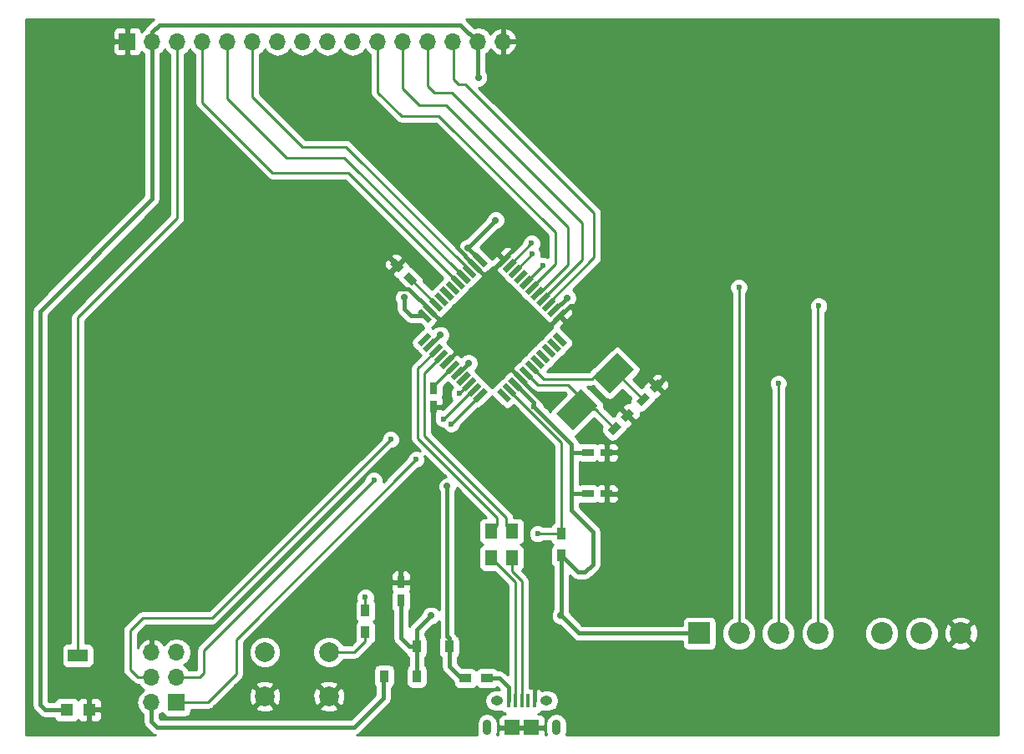
<source format=gbr>
G04 #@! TF.FileFunction,Copper,L1,Top,Signal*
%FSLAX46Y46*%
G04 Gerber Fmt 4.6, Leading zero omitted, Abs format (unit mm)*
G04 Created by KiCad (PCBNEW 4.0.7-e1-6374~58~ubuntu16.04.1) date Fri Aug  4 19:48:42 2017*
%MOMM*%
%LPD*%
G01*
G04 APERTURE LIST*
%ADD10C,0.100000*%
%ADD11R,1.700000X1.700000*%
%ADD12O,1.700000X1.700000*%
%ADD13R,0.750000X1.200000*%
%ADD14O,0.890000X1.550000*%
%ADD15R,1.500000X1.550000*%
%ADD16O,1.250000X0.950000*%
%ADD17R,0.400000X1.350000*%
%ADD18R,0.900000X1.200000*%
%ADD19R,1.300000X1.500000*%
%ADD20R,1.300000X1.300000*%
%ADD21R,2.000000X1.300000*%
%ADD22C,2.200000*%
%ADD23R,2.200000X2.200000*%
%ADD24R,1.200000X0.900000*%
%ADD25C,2.000000*%
%ADD26R,1.200000X0.750000*%
%ADD27C,0.700000*%
%ADD28C,0.600000*%
%ADD29C,0.250000*%
%ADD30C,0.400000*%
%ADD31C,0.254000*%
G04 APERTURE END LIST*
D10*
D11*
X95000000Y-157000000D03*
D12*
X92460000Y-157000000D03*
X95000000Y-154460000D03*
X92460000Y-154460000D03*
X95000000Y-151920000D03*
X92460000Y-151920000D03*
D10*
G36*
X119805188Y-120926866D02*
X119416280Y-120537958D01*
X120476940Y-119477298D01*
X120865848Y-119866206D01*
X119805188Y-120926866D01*
X119805188Y-120926866D01*
G37*
G36*
X120370874Y-121492551D02*
X119981966Y-121103643D01*
X121042626Y-120042983D01*
X121431534Y-120431891D01*
X120370874Y-121492551D01*
X120370874Y-121492551D01*
G37*
G36*
X120936559Y-122058236D02*
X120547651Y-121669328D01*
X121608311Y-120608668D01*
X121997219Y-120997576D01*
X120936559Y-122058236D01*
X120936559Y-122058236D01*
G37*
G36*
X121502244Y-122623922D02*
X121113336Y-122235014D01*
X122173996Y-121174354D01*
X122562904Y-121563262D01*
X121502244Y-122623922D01*
X121502244Y-122623922D01*
G37*
G36*
X122067930Y-123189607D02*
X121679022Y-122800699D01*
X122739682Y-121740039D01*
X123128590Y-122128947D01*
X122067930Y-123189607D01*
X122067930Y-123189607D01*
G37*
G36*
X122633615Y-123755293D02*
X122244707Y-123366385D01*
X123305367Y-122305725D01*
X123694275Y-122694633D01*
X122633615Y-123755293D01*
X122633615Y-123755293D01*
G37*
G36*
X123199301Y-124320978D02*
X122810393Y-123932070D01*
X123871053Y-122871410D01*
X124259961Y-123260318D01*
X123199301Y-124320978D01*
X123199301Y-124320978D01*
G37*
G36*
X123764986Y-124886664D02*
X123376078Y-124497756D01*
X124436738Y-123437096D01*
X124825646Y-123826004D01*
X123764986Y-124886664D01*
X123764986Y-124886664D01*
G37*
G36*
X124330672Y-125452349D02*
X123941764Y-125063441D01*
X125002424Y-124002781D01*
X125391332Y-124391689D01*
X124330672Y-125452349D01*
X124330672Y-125452349D01*
G37*
G36*
X124896357Y-126018034D02*
X124507449Y-125629126D01*
X125568109Y-124568466D01*
X125957017Y-124957374D01*
X124896357Y-126018034D01*
X124896357Y-126018034D01*
G37*
G36*
X125462042Y-126583720D02*
X125073134Y-126194812D01*
X126133794Y-125134152D01*
X126522702Y-125523060D01*
X125462042Y-126583720D01*
X125462042Y-126583720D01*
G37*
G36*
X128926866Y-126194812D02*
X128537958Y-126583720D01*
X127477298Y-125523060D01*
X127866206Y-125134152D01*
X128926866Y-126194812D01*
X128926866Y-126194812D01*
G37*
G36*
X129492551Y-125629126D02*
X129103643Y-126018034D01*
X128042983Y-124957374D01*
X128431891Y-124568466D01*
X129492551Y-125629126D01*
X129492551Y-125629126D01*
G37*
G36*
X130058236Y-125063441D02*
X129669328Y-125452349D01*
X128608668Y-124391689D01*
X128997576Y-124002781D01*
X130058236Y-125063441D01*
X130058236Y-125063441D01*
G37*
G36*
X130623922Y-124497756D02*
X130235014Y-124886664D01*
X129174354Y-123826004D01*
X129563262Y-123437096D01*
X130623922Y-124497756D01*
X130623922Y-124497756D01*
G37*
G36*
X131189607Y-123932070D02*
X130800699Y-124320978D01*
X129740039Y-123260318D01*
X130128947Y-122871410D01*
X131189607Y-123932070D01*
X131189607Y-123932070D01*
G37*
G36*
X131755293Y-123366385D02*
X131366385Y-123755293D01*
X130305725Y-122694633D01*
X130694633Y-122305725D01*
X131755293Y-123366385D01*
X131755293Y-123366385D01*
G37*
G36*
X132320978Y-122800699D02*
X131932070Y-123189607D01*
X130871410Y-122128947D01*
X131260318Y-121740039D01*
X132320978Y-122800699D01*
X132320978Y-122800699D01*
G37*
G36*
X132886664Y-122235014D02*
X132497756Y-122623922D01*
X131437096Y-121563262D01*
X131826004Y-121174354D01*
X132886664Y-122235014D01*
X132886664Y-122235014D01*
G37*
G36*
X133452349Y-121669328D02*
X133063441Y-122058236D01*
X132002781Y-120997576D01*
X132391689Y-120608668D01*
X133452349Y-121669328D01*
X133452349Y-121669328D01*
G37*
G36*
X134018034Y-121103643D02*
X133629126Y-121492551D01*
X132568466Y-120431891D01*
X132957374Y-120042983D01*
X134018034Y-121103643D01*
X134018034Y-121103643D01*
G37*
G36*
X134583720Y-120537958D02*
X134194812Y-120926866D01*
X133134152Y-119866206D01*
X133523060Y-119477298D01*
X134583720Y-120537958D01*
X134583720Y-120537958D01*
G37*
G36*
X133523060Y-118522702D02*
X133134152Y-118133794D01*
X134194812Y-117073134D01*
X134583720Y-117462042D01*
X133523060Y-118522702D01*
X133523060Y-118522702D01*
G37*
G36*
X132957374Y-117957017D02*
X132568466Y-117568109D01*
X133629126Y-116507449D01*
X134018034Y-116896357D01*
X132957374Y-117957017D01*
X132957374Y-117957017D01*
G37*
G36*
X132391689Y-117391332D02*
X132002781Y-117002424D01*
X133063441Y-115941764D01*
X133452349Y-116330672D01*
X132391689Y-117391332D01*
X132391689Y-117391332D01*
G37*
G36*
X131826004Y-116825646D02*
X131437096Y-116436738D01*
X132497756Y-115376078D01*
X132886664Y-115764986D01*
X131826004Y-116825646D01*
X131826004Y-116825646D01*
G37*
G36*
X131260318Y-116259961D02*
X130871410Y-115871053D01*
X131932070Y-114810393D01*
X132320978Y-115199301D01*
X131260318Y-116259961D01*
X131260318Y-116259961D01*
G37*
G36*
X130694633Y-115694275D02*
X130305725Y-115305367D01*
X131366385Y-114244707D01*
X131755293Y-114633615D01*
X130694633Y-115694275D01*
X130694633Y-115694275D01*
G37*
G36*
X130128947Y-115128590D02*
X129740039Y-114739682D01*
X130800699Y-113679022D01*
X131189607Y-114067930D01*
X130128947Y-115128590D01*
X130128947Y-115128590D01*
G37*
G36*
X129563262Y-114562904D02*
X129174354Y-114173996D01*
X130235014Y-113113336D01*
X130623922Y-113502244D01*
X129563262Y-114562904D01*
X129563262Y-114562904D01*
G37*
G36*
X128997576Y-113997219D02*
X128608668Y-113608311D01*
X129669328Y-112547651D01*
X130058236Y-112936559D01*
X128997576Y-113997219D01*
X128997576Y-113997219D01*
G37*
G36*
X128431891Y-113431534D02*
X128042983Y-113042626D01*
X129103643Y-111981966D01*
X129492551Y-112370874D01*
X128431891Y-113431534D01*
X128431891Y-113431534D01*
G37*
G36*
X127866206Y-112865848D02*
X127477298Y-112476940D01*
X128537958Y-111416280D01*
X128926866Y-111805188D01*
X127866206Y-112865848D01*
X127866206Y-112865848D01*
G37*
G36*
X126522702Y-112476940D02*
X126133794Y-112865848D01*
X125073134Y-111805188D01*
X125462042Y-111416280D01*
X126522702Y-112476940D01*
X126522702Y-112476940D01*
G37*
G36*
X125957017Y-113042626D02*
X125568109Y-113431534D01*
X124507449Y-112370874D01*
X124896357Y-111981966D01*
X125957017Y-113042626D01*
X125957017Y-113042626D01*
G37*
G36*
X125391332Y-113608311D02*
X125002424Y-113997219D01*
X123941764Y-112936559D01*
X124330672Y-112547651D01*
X125391332Y-113608311D01*
X125391332Y-113608311D01*
G37*
G36*
X124825646Y-114173996D02*
X124436738Y-114562904D01*
X123376078Y-113502244D01*
X123764986Y-113113336D01*
X124825646Y-114173996D01*
X124825646Y-114173996D01*
G37*
G36*
X124259961Y-114739682D02*
X123871053Y-115128590D01*
X122810393Y-114067930D01*
X123199301Y-113679022D01*
X124259961Y-114739682D01*
X124259961Y-114739682D01*
G37*
G36*
X123694275Y-115305367D02*
X123305367Y-115694275D01*
X122244707Y-114633615D01*
X122633615Y-114244707D01*
X123694275Y-115305367D01*
X123694275Y-115305367D01*
G37*
G36*
X123128590Y-115871053D02*
X122739682Y-116259961D01*
X121679022Y-115199301D01*
X122067930Y-114810393D01*
X123128590Y-115871053D01*
X123128590Y-115871053D01*
G37*
G36*
X122562904Y-116436738D02*
X122173996Y-116825646D01*
X121113336Y-115764986D01*
X121502244Y-115376078D01*
X122562904Y-116436738D01*
X122562904Y-116436738D01*
G37*
G36*
X121997219Y-117002424D02*
X121608311Y-117391332D01*
X120547651Y-116330672D01*
X120936559Y-115941764D01*
X121997219Y-117002424D01*
X121997219Y-117002424D01*
G37*
G36*
X121431534Y-117568109D02*
X121042626Y-117957017D01*
X119981966Y-116896357D01*
X120370874Y-116507449D01*
X121431534Y-117568109D01*
X121431534Y-117568109D01*
G37*
G36*
X120865848Y-118133794D02*
X120476940Y-118522702D01*
X119416280Y-117462042D01*
X119805188Y-117073134D01*
X120865848Y-118133794D01*
X120865848Y-118133794D01*
G37*
G36*
X119411180Y-114230850D02*
X118880850Y-114761180D01*
X118032322Y-113912652D01*
X118562652Y-113382322D01*
X119411180Y-114230850D01*
X119411180Y-114230850D01*
G37*
G36*
X118067678Y-112887348D02*
X117537348Y-113417678D01*
X116688820Y-112569150D01*
X117219150Y-112038820D01*
X118067678Y-112887348D01*
X118067678Y-112887348D01*
G37*
G36*
X139219150Y-129911180D02*
X138688820Y-129380850D01*
X139537348Y-128532322D01*
X140067678Y-129062652D01*
X139219150Y-129911180D01*
X139219150Y-129911180D01*
G37*
G36*
X140562652Y-128567678D02*
X140032322Y-128037348D01*
X140880850Y-127188820D01*
X141411180Y-127719150D01*
X140562652Y-128567678D01*
X140562652Y-128567678D01*
G37*
G36*
X142119150Y-126961180D02*
X141588820Y-126430850D01*
X142437348Y-125582322D01*
X142967678Y-126112652D01*
X142119150Y-126961180D01*
X142119150Y-126961180D01*
G37*
G36*
X143462652Y-125617678D02*
X142932322Y-125087348D01*
X143780850Y-124238820D01*
X144311180Y-124769150D01*
X143462652Y-125617678D01*
X143462652Y-125617678D01*
G37*
D13*
X121050000Y-125150000D03*
X121050000Y-127050000D03*
D14*
X133500000Y-159550000D03*
D15*
X131000000Y-159550000D03*
D16*
X132500000Y-156850000D03*
D14*
X126500000Y-159550000D03*
D15*
X129000000Y-159550000D03*
D17*
X128700000Y-156850000D03*
X129350000Y-156850000D03*
X130000000Y-156850000D03*
X130650000Y-156850000D03*
X131300000Y-156850000D03*
D16*
X127500000Y-156850000D03*
D18*
X134000000Y-142100000D03*
X134000000Y-139900000D03*
D19*
X129000000Y-142350000D03*
X129000000Y-139650000D03*
X126900000Y-142350000D03*
X126900000Y-139650000D03*
D20*
X86150000Y-157750000D03*
D21*
X85000000Y-152250000D03*
D20*
X83850000Y-157750000D03*
D22*
X160000000Y-150000000D03*
X156000000Y-150000000D03*
X152000000Y-150000000D03*
X170500000Y-150000000D03*
X166500000Y-150000000D03*
D23*
X148000000Y-150000000D03*
D22*
X174500000Y-150000000D03*
D18*
X119350000Y-154350000D03*
X116050000Y-154350000D03*
X119350000Y-151350000D03*
X122650000Y-151350000D03*
D24*
X124300000Y-154550000D03*
X126500000Y-154550000D03*
D25*
X110450000Y-151900000D03*
X110450000Y-156400000D03*
X103950000Y-151900000D03*
X103950000Y-156400000D03*
D26*
X136700000Y-131650000D03*
X138600000Y-131650000D03*
X136700000Y-135850000D03*
X138600000Y-135850000D03*
D13*
X117750000Y-146700000D03*
X117750000Y-144800000D03*
D18*
X114150000Y-147700000D03*
X114150000Y-149900000D03*
D10*
G36*
X135222613Y-129374443D02*
X133525557Y-127677387D01*
X136000431Y-125202513D01*
X137697487Y-126899569D01*
X135222613Y-129374443D01*
X135222613Y-129374443D01*
G37*
G36*
X138899569Y-125697487D02*
X137202513Y-124000431D01*
X139677387Y-121525557D01*
X141374443Y-123222613D01*
X138899569Y-125697487D01*
X138899569Y-125697487D01*
G37*
D11*
X90000000Y-90000000D03*
D12*
X92540000Y-90000000D03*
X95080000Y-90000000D03*
X97620000Y-90000000D03*
X100160000Y-90000000D03*
X102700000Y-90000000D03*
X105240000Y-90000000D03*
X107780000Y-90000000D03*
X110320000Y-90000000D03*
X112860000Y-90000000D03*
X115400000Y-90000000D03*
X117940000Y-90000000D03*
X120480000Y-90000000D03*
X123020000Y-90000000D03*
X125560000Y-90000000D03*
X128100000Y-90000000D03*
D27*
X126500000Y-151650000D03*
X131300000Y-155000000D03*
X123400000Y-109600000D03*
X132600000Y-126900000D03*
X137100000Y-116800000D03*
X122450000Y-135100000D03*
X121750000Y-119750000D03*
X124600000Y-122600000D03*
D28*
X122850000Y-128800000D03*
X119300000Y-132350000D03*
X115000000Y-134500000D03*
X123650000Y-125700000D03*
X116700000Y-130350000D03*
X122050000Y-128250000D03*
X131600000Y-139900000D03*
X114150000Y-146350000D03*
X131000000Y-110450000D03*
X160100000Y-116800000D03*
X132150000Y-112700000D03*
X156000000Y-124650000D03*
X131050000Y-111550000D03*
X152000000Y-114900000D03*
D27*
X120800000Y-148200000D03*
X133950000Y-148200000D03*
X125600000Y-93650000D03*
X127350000Y-108100000D03*
X124550000Y-110900000D03*
X118050000Y-115950000D03*
D28*
X131250000Y-127000000D03*
D27*
X134600000Y-116000000D03*
D29*
X121272435Y-116666548D02*
X121272435Y-116622435D01*
X121272435Y-116622435D02*
X118721751Y-114071751D01*
X121166548Y-116666548D02*
X121272435Y-116666548D01*
D30*
X131300000Y-156850000D02*
X131300000Y-155000000D01*
X133858936Y-117797918D02*
X133852082Y-117797918D01*
X133852082Y-117797918D02*
X132750000Y-118900000D01*
X128202082Y-112141064D02*
X128158936Y-112141064D01*
X128158936Y-112141064D02*
X126400000Y-113900000D01*
X125232233Y-112732233D02*
X126400000Y-113900000D01*
X125232233Y-112706750D02*
X125232233Y-112732233D01*
D29*
X129899138Y-124161880D02*
X129899138Y-124149138D01*
D30*
X129899138Y-124149138D02*
X128350000Y-122600000D01*
D29*
X120706750Y-117232233D02*
X120682233Y-117232233D01*
D30*
X120682233Y-117232233D02*
X118550000Y-115100000D01*
X118550000Y-115100000D02*
X117450000Y-115100000D01*
X117450000Y-115100000D02*
X117200000Y-115350000D01*
D29*
X122403806Y-122464823D02*
X122435177Y-122464823D01*
D30*
X122435177Y-122464823D02*
X123950000Y-120950000D01*
D29*
X120706750Y-117232233D02*
X120706750Y-117256750D01*
D30*
X120706750Y-117256750D02*
X122200000Y-118750000D01*
D29*
X128202082Y-112141064D02*
X128202082Y-112047918D01*
D30*
X128202082Y-112047918D02*
X129200000Y-111050000D01*
X123400000Y-110850000D02*
X123400000Y-109600000D01*
X125232233Y-112682233D02*
X123400000Y-110850000D01*
D29*
X125232233Y-112706750D02*
X125232233Y-112682233D01*
X129899138Y-124161880D02*
X129899138Y-124199138D01*
D30*
X129899138Y-124199138D02*
X132600000Y-126900000D01*
D29*
X133858936Y-117797918D02*
X133902082Y-117797918D01*
D30*
X133902082Y-117797918D02*
X134900000Y-116800000D01*
X134900000Y-116800000D02*
X137100000Y-116800000D01*
D29*
X120706750Y-117232233D02*
X120706750Y-117206750D01*
X120706750Y-117232233D02*
X120632233Y-117232233D01*
X129899138Y-124161880D02*
X129961880Y-124161880D01*
X125232233Y-112706750D02*
X125206750Y-112706750D01*
X122403806Y-122464823D02*
X122403806Y-122496194D01*
X135611522Y-127288478D02*
X135611522Y-125711522D01*
X135611522Y-125711522D02*
X134700000Y-124800000D01*
X131668629Y-124800000D02*
X130464823Y-123596194D01*
X134700000Y-124800000D02*
X131668629Y-124800000D01*
X135611522Y-127288478D02*
X137444976Y-127288478D01*
X137444976Y-127288478D02*
X139378249Y-129221751D01*
X135611522Y-127288478D02*
X134157107Y-127288478D01*
X130464823Y-123596194D02*
X130546194Y-123596194D01*
X130464823Y-123596194D02*
X130496194Y-123596194D01*
X130464823Y-123596194D02*
X130464823Y-123614823D01*
X139288478Y-123611522D02*
X137688478Y-123611522D01*
X137688478Y-123611522D02*
X137100000Y-124200000D01*
X132200000Y-124200000D02*
X131030509Y-123030509D01*
X137100000Y-124200000D02*
X132200000Y-124200000D01*
X139288478Y-123611522D02*
X139288478Y-123661522D01*
X139288478Y-123611522D02*
X139618020Y-123611522D01*
X139618020Y-123611522D02*
X142278249Y-126271751D01*
X139288478Y-123611522D02*
X139261522Y-123611522D01*
X131030509Y-123030509D02*
X131130509Y-123030509D01*
X122969491Y-123030509D02*
X122919491Y-123030509D01*
X122919491Y-123030509D02*
X121050000Y-124900000D01*
X121050000Y-124900000D02*
X121050000Y-125150000D01*
X122969491Y-123030509D02*
X122969491Y-123230509D01*
X122969491Y-123030509D02*
X122969491Y-123080509D01*
X122969491Y-123030509D02*
X122819491Y-123030509D01*
D30*
X122650000Y-150500000D02*
X122450000Y-150300000D01*
X122450000Y-150300000D02*
X122450000Y-135100000D01*
X122650000Y-150500000D02*
X122650000Y-151350000D01*
X121750000Y-119750000D02*
X120732233Y-120767767D01*
X120732233Y-120767767D02*
X120706750Y-120767767D01*
X124600000Y-122600000D02*
X123603806Y-123596194D01*
X123603806Y-123596194D02*
X123535177Y-123596194D01*
D29*
X120682233Y-120767767D02*
X120706750Y-120767767D01*
X124300000Y-154550000D02*
X123850000Y-154550000D01*
D30*
X123850000Y-154550000D02*
X122650000Y-153350000D01*
X122650000Y-153350000D02*
X122650000Y-151350000D01*
D29*
X123535177Y-123596194D02*
X123535177Y-123714823D01*
X120706750Y-120793250D02*
X120706750Y-120767767D01*
X123535177Y-123596194D02*
X123535177Y-123614823D01*
X85000000Y-152250000D02*
X85000000Y-117950000D01*
X85000000Y-117950000D02*
X95080000Y-107870000D01*
X95080000Y-107870000D02*
X95080000Y-90000000D01*
X97620000Y-96170000D02*
X97620000Y-90000000D01*
X104750000Y-103300000D02*
X97620000Y-96170000D01*
X112400000Y-103300000D02*
X104750000Y-103300000D01*
X123535177Y-114403806D02*
X123503806Y-114403806D01*
X123503806Y-114403806D02*
X112400000Y-103300000D01*
X100160000Y-95760000D02*
X100160000Y-90000000D01*
X106150000Y-101750000D02*
X100160000Y-95760000D01*
X112000000Y-101750000D02*
X106150000Y-101750000D01*
X124100862Y-113838120D02*
X124088120Y-113838120D01*
X124088120Y-113838120D02*
X112000000Y-101750000D01*
X102700000Y-95600000D02*
X102700000Y-90000000D01*
X107750000Y-100650000D02*
X102700000Y-95600000D01*
X112150000Y-100650000D02*
X107750000Y-100650000D01*
X124666548Y-113272435D02*
X124666548Y-113166548D01*
X124666548Y-113166548D02*
X112150000Y-100650000D01*
X115400000Y-95150000D02*
X115400000Y-90000000D01*
X131030509Y-114969491D02*
X131030509Y-114919491D01*
X131030509Y-114919491D02*
X133400000Y-112550000D01*
X133400000Y-112550000D02*
X133400000Y-109350000D01*
X133400000Y-109350000D02*
X121600000Y-97550000D01*
X121600000Y-97550000D02*
X117800000Y-97550000D01*
X117800000Y-97550000D02*
X115400000Y-95150000D01*
X117940000Y-94740000D02*
X117940000Y-90000000D01*
X119650000Y-96450000D02*
X117940000Y-94740000D01*
X122300000Y-96450000D02*
X119650000Y-96450000D01*
X134700000Y-108850000D02*
X122300000Y-96450000D01*
X131596194Y-115535177D02*
X131764823Y-115535177D01*
X131764823Y-115535177D02*
X134700000Y-112600000D01*
X134700000Y-112600000D02*
X134700000Y-108850000D01*
X120480000Y-94530000D02*
X120480000Y-90000000D01*
X121150000Y-95200000D02*
X120480000Y-94530000D01*
X122950000Y-95200000D02*
X121150000Y-95200000D01*
X136100000Y-108350000D02*
X122950000Y-95200000D01*
X132161880Y-116100862D02*
X132161880Y-116088120D01*
X132161880Y-116088120D02*
X136100000Y-112150000D01*
X136100000Y-112150000D02*
X136100000Y-108350000D01*
X123050000Y-93800000D02*
X123050000Y-90030000D01*
X123050000Y-90030000D02*
X123020000Y-90000000D01*
X123600000Y-94350000D02*
X123050000Y-93800000D01*
X124300000Y-94350000D02*
X123600000Y-94350000D01*
X137350000Y-107400000D02*
X124300000Y-94350000D01*
X132727565Y-116666548D02*
X132727565Y-116522435D01*
X132727565Y-116522435D02*
X137350000Y-111900000D01*
X137350000Y-111900000D02*
X137350000Y-107400000D01*
X101050000Y-150600000D02*
X101050000Y-154150000D01*
X101050000Y-154150000D02*
X98200000Y-157000000D01*
X125797918Y-125858936D02*
X125791064Y-125858936D01*
X125791064Y-125858936D02*
X122850000Y-128800000D01*
X119300000Y-132350000D02*
X101050000Y-150600000D01*
X98200000Y-157000000D02*
X95000000Y-157000000D01*
X95000000Y-154460000D02*
X97340000Y-154460000D01*
X97800000Y-154000000D02*
X97340000Y-154460000D01*
X97800000Y-151700000D02*
X97800000Y-154000000D01*
X115000000Y-134500000D02*
X97800000Y-151700000D01*
X123650000Y-125700000D02*
X124622435Y-124727565D01*
X124622435Y-124727565D02*
X124666548Y-124727565D01*
X124666548Y-124727565D02*
X124666548Y-124733452D01*
X98200000Y-148425000D02*
X98625000Y-148425000D01*
X98625000Y-148425000D02*
X116700000Y-130350000D01*
X91600000Y-148425000D02*
X91575000Y-148425000D01*
X90300000Y-153650000D02*
X91110000Y-154460000D01*
X90300000Y-149700000D02*
X90300000Y-153650000D01*
X91575000Y-148425000D02*
X90300000Y-149700000D01*
X98200000Y-148425000D02*
X91600000Y-148425000D01*
X91110000Y-154460000D02*
X92460000Y-154460000D01*
X125232233Y-125293250D02*
X125006750Y-125293250D01*
X125006750Y-125293250D02*
X122050000Y-128250000D01*
X131600000Y-139900000D02*
X134000000Y-139900000D01*
X114150000Y-146350000D02*
X114150000Y-147700000D01*
X128767767Y-125293250D02*
X128767767Y-125417767D01*
X128767767Y-125417767D02*
X134000000Y-130650000D01*
X134000000Y-130650000D02*
X134000000Y-139900000D01*
X128767767Y-112706750D02*
X128767767Y-112682233D01*
X128767767Y-112682233D02*
X131000000Y-110450000D01*
X160100000Y-116800000D02*
X160000000Y-116900000D01*
X160000000Y-116900000D02*
X160000000Y-150000000D01*
X130464823Y-114403806D02*
X130464823Y-114385177D01*
X130464823Y-114385177D02*
X132150000Y-112700000D01*
X156000000Y-124650000D02*
X156000000Y-150000000D01*
X129333452Y-113272435D02*
X129333452Y-113266548D01*
X129333452Y-113266548D02*
X131050000Y-111550000D01*
X152000000Y-114900000D02*
X152000000Y-150000000D01*
X129350000Y-156850000D02*
X129350000Y-144800000D01*
X129350000Y-144800000D02*
X126900000Y-142350000D01*
X130000000Y-153600000D02*
X130000000Y-151500000D01*
X130000000Y-156850000D02*
X130000000Y-153600000D01*
X129000000Y-143700000D02*
X129000000Y-142350000D01*
X130000000Y-151500000D02*
X130000000Y-144700000D01*
X130000000Y-144700000D02*
X129000000Y-143700000D01*
X120100000Y-129950000D02*
X128450000Y-138300000D01*
X121838120Y-121899138D02*
X120100000Y-123637258D01*
X120100000Y-129950000D02*
X120100000Y-123637258D01*
X128450000Y-138300000D02*
X128450000Y-139100000D01*
X128450000Y-139100000D02*
X129000000Y-139650000D01*
X121838120Y-121961880D02*
X121838120Y-121899138D01*
X121272435Y-121333452D02*
X121266548Y-121333452D01*
X121266548Y-121333452D02*
X119450000Y-123150000D01*
X119450000Y-123150000D02*
X119450000Y-130200000D01*
X119450000Y-130200000D02*
X127500000Y-138250000D01*
X127500000Y-138250000D02*
X127500000Y-139050000D01*
X127500000Y-139050000D02*
X126900000Y-139650000D01*
X127050000Y-139500000D02*
X126900000Y-139650000D01*
D30*
X119350000Y-149650000D02*
X120800000Y-148200000D01*
X119350000Y-151350000D02*
X119350000Y-149650000D01*
X133950000Y-148200000D02*
X134000000Y-148200000D01*
X134000000Y-142100000D02*
X134000000Y-148200000D01*
X135800000Y-150000000D02*
X148000000Y-150000000D01*
X134000000Y-148200000D02*
X135800000Y-150000000D01*
X92540000Y-89010000D02*
X92540000Y-90000000D01*
X92540000Y-105960000D02*
X92540000Y-90000000D01*
X92540000Y-90000000D02*
X92540000Y-89010000D01*
X93250000Y-88300000D02*
X92540000Y-89010000D01*
X81150000Y-117350000D02*
X92540000Y-105960000D01*
X123800000Y-88300000D02*
X93250000Y-88300000D01*
X81150000Y-157250000D02*
X81150000Y-117350000D01*
X81650000Y-157750000D02*
X81150000Y-157250000D01*
X125560000Y-90000000D02*
X125500000Y-90000000D01*
X125500000Y-90000000D02*
X123800000Y-88300000D01*
X125560000Y-90000000D02*
X125560000Y-93610000D01*
X125560000Y-93610000D02*
X125600000Y-93650000D01*
X124550000Y-110900000D02*
X127350000Y-108100000D01*
X136700000Y-135850000D02*
X135050000Y-135850000D01*
X136700000Y-131650000D02*
X135050000Y-131650000D01*
X135050000Y-130800000D02*
X135050000Y-131650000D01*
X135050000Y-131650000D02*
X135050000Y-134850000D01*
X135050000Y-134850000D02*
X135050000Y-135850000D01*
X135050000Y-135850000D02*
X135050000Y-137550000D01*
X131250000Y-127000000D02*
X135050000Y-130800000D01*
X135700000Y-143800000D02*
X134000000Y-142100000D01*
X136400000Y-143800000D02*
X135700000Y-143800000D01*
X137200000Y-143000000D02*
X136400000Y-143800000D01*
X137200000Y-139700000D02*
X137200000Y-140450000D01*
X137200000Y-140450000D02*
X137200000Y-143000000D01*
X135050000Y-137550000D02*
X137200000Y-139700000D01*
X119350000Y-151350000D02*
X118600000Y-151350000D01*
X117750000Y-150500000D02*
X117750000Y-146700000D01*
X118600000Y-151350000D02*
X117750000Y-150500000D01*
D29*
X134000000Y-142100000D02*
X134000000Y-142200000D01*
X125797918Y-112141064D02*
X125791064Y-112141064D01*
D30*
X125791064Y-112141064D02*
X124550000Y-110900000D01*
X118747918Y-117797918D02*
X120141064Y-117797918D01*
X118100000Y-117150000D02*
X118747918Y-117797918D01*
X118100000Y-116000000D02*
X118100000Y-117150000D01*
X118050000Y-115950000D02*
X118100000Y-116000000D01*
X131200000Y-126950000D02*
X131200000Y-126594113D01*
X131200000Y-126594113D02*
X129333452Y-124727565D01*
X131250000Y-127000000D02*
X131200000Y-126950000D01*
X133367767Y-117232233D02*
X134600000Y-116000000D01*
X119350000Y-154350000D02*
X119350000Y-151350000D01*
D29*
X133293250Y-117232233D02*
X133367767Y-117232233D01*
X119643146Y-117300000D02*
X120141064Y-117797918D01*
X147750000Y-150250000D02*
X147850000Y-150150000D01*
D30*
X83850000Y-157750000D02*
X81650000Y-157750000D01*
X92460000Y-157000000D02*
X92460000Y-158910000D01*
X92460000Y-158910000D02*
X93050000Y-159500000D01*
X93050000Y-159500000D02*
X113050000Y-159500000D01*
X113050000Y-159500000D02*
X115950000Y-156600000D01*
X115950000Y-156600000D02*
X115950000Y-154450000D01*
D29*
X115950000Y-154450000D02*
X116050000Y-154350000D01*
X92400000Y-157060000D02*
X92460000Y-157000000D01*
D30*
X128700000Y-156850000D02*
X128700000Y-155500000D01*
X127750000Y-154550000D02*
X126500000Y-154550000D01*
X128700000Y-155500000D02*
X127750000Y-154550000D01*
D29*
X114150000Y-149900000D02*
X114150000Y-150800000D01*
X113050000Y-151900000D02*
X110450000Y-151900000D01*
X114150000Y-150800000D02*
X113050000Y-151900000D01*
D31*
G36*
X178290000Y-160290000D02*
X134503941Y-160290000D01*
X134580000Y-159907624D01*
X134580000Y-159192376D01*
X134497790Y-158779078D01*
X134263675Y-158428701D01*
X133913298Y-158194586D01*
X133500000Y-158112376D01*
X133086702Y-158194586D01*
X132736325Y-158428701D01*
X132502210Y-158779078D01*
X132420000Y-159192376D01*
X132420000Y-159907624D01*
X132496059Y-160290000D01*
X132385000Y-160290000D01*
X132385000Y-159835750D01*
X132226250Y-159677000D01*
X131127000Y-159677000D01*
X131127000Y-159697000D01*
X130873000Y-159697000D01*
X130873000Y-159677000D01*
X129127000Y-159677000D01*
X129127000Y-159697000D01*
X128873000Y-159697000D01*
X128873000Y-159677000D01*
X127773750Y-159677000D01*
X127615000Y-159835750D01*
X127615000Y-160290000D01*
X127503941Y-160290000D01*
X127580000Y-159907624D01*
X127580000Y-159192376D01*
X127497790Y-158779078D01*
X127263675Y-158428701D01*
X126913298Y-158194586D01*
X126500000Y-158112376D01*
X126086702Y-158194586D01*
X125736325Y-158428701D01*
X125502210Y-158779078D01*
X125420000Y-159192376D01*
X125420000Y-159907624D01*
X125496059Y-160290000D01*
X113276229Y-160290000D01*
X113369541Y-160271439D01*
X113640434Y-160090434D01*
X116540434Y-157190434D01*
X116714143Y-156930460D01*
X116721439Y-156919541D01*
X116785000Y-156600000D01*
X116785000Y-155521192D01*
X116951441Y-155414090D01*
X117096431Y-155201890D01*
X117147440Y-154950000D01*
X117147440Y-153750000D01*
X117103162Y-153514683D01*
X116964090Y-153298559D01*
X116751890Y-153153569D01*
X116500000Y-153102560D01*
X115600000Y-153102560D01*
X115364683Y-153146838D01*
X115148559Y-153285910D01*
X115003569Y-153498110D01*
X114952560Y-153750000D01*
X114952560Y-154950000D01*
X114996838Y-155185317D01*
X115115000Y-155368946D01*
X115115000Y-156254132D01*
X112704132Y-158665000D01*
X93395868Y-158665000D01*
X93295000Y-158564132D01*
X93295000Y-158213187D01*
X93539147Y-158050054D01*
X93539971Y-158048821D01*
X93546838Y-158085317D01*
X93685910Y-158301441D01*
X93898110Y-158446431D01*
X94150000Y-158497440D01*
X95850000Y-158497440D01*
X96085317Y-158453162D01*
X96301441Y-158314090D01*
X96446431Y-158101890D01*
X96497440Y-157850000D01*
X96497440Y-157760000D01*
X98200000Y-157760000D01*
X98490839Y-157702148D01*
X98714755Y-157552532D01*
X102977073Y-157552532D01*
X103075736Y-157819387D01*
X103685461Y-158045908D01*
X104335460Y-158021856D01*
X104824264Y-157819387D01*
X104922927Y-157552532D01*
X109477073Y-157552532D01*
X109575736Y-157819387D01*
X110185461Y-158045908D01*
X110835460Y-158021856D01*
X111324264Y-157819387D01*
X111422927Y-157552532D01*
X110450000Y-156579605D01*
X109477073Y-157552532D01*
X104922927Y-157552532D01*
X103950000Y-156579605D01*
X102977073Y-157552532D01*
X98714755Y-157552532D01*
X98737401Y-157537401D01*
X100139341Y-156135461D01*
X102304092Y-156135461D01*
X102328144Y-156785460D01*
X102530613Y-157274264D01*
X102797468Y-157372927D01*
X103770395Y-156400000D01*
X104129605Y-156400000D01*
X105102532Y-157372927D01*
X105369387Y-157274264D01*
X105595908Y-156664539D01*
X105576331Y-156135461D01*
X108804092Y-156135461D01*
X108828144Y-156785460D01*
X109030613Y-157274264D01*
X109297468Y-157372927D01*
X110270395Y-156400000D01*
X110629605Y-156400000D01*
X111602532Y-157372927D01*
X111869387Y-157274264D01*
X112095908Y-156664539D01*
X112071856Y-156014540D01*
X111869387Y-155525736D01*
X111602532Y-155427073D01*
X110629605Y-156400000D01*
X110270395Y-156400000D01*
X109297468Y-155427073D01*
X109030613Y-155525736D01*
X108804092Y-156135461D01*
X105576331Y-156135461D01*
X105571856Y-156014540D01*
X105369387Y-155525736D01*
X105102532Y-155427073D01*
X104129605Y-156400000D01*
X103770395Y-156400000D01*
X102797468Y-155427073D01*
X102530613Y-155525736D01*
X102304092Y-156135461D01*
X100139341Y-156135461D01*
X101027334Y-155247468D01*
X102977073Y-155247468D01*
X103950000Y-156220395D01*
X104922927Y-155247468D01*
X109477073Y-155247468D01*
X110450000Y-156220395D01*
X111422927Y-155247468D01*
X111324264Y-154980613D01*
X110714539Y-154754092D01*
X110064540Y-154778144D01*
X109575736Y-154980613D01*
X109477073Y-155247468D01*
X104922927Y-155247468D01*
X104824264Y-154980613D01*
X104214539Y-154754092D01*
X103564540Y-154778144D01*
X103075736Y-154980613D01*
X102977073Y-155247468D01*
X101027334Y-155247468D01*
X101587401Y-154687401D01*
X101752148Y-154440839D01*
X101810000Y-154150000D01*
X101810000Y-152223795D01*
X102314716Y-152223795D01*
X102563106Y-152824943D01*
X103022637Y-153285278D01*
X103623352Y-153534716D01*
X104273795Y-153535284D01*
X104874943Y-153286894D01*
X105335278Y-152827363D01*
X105584716Y-152226648D01*
X105584718Y-152223795D01*
X108814716Y-152223795D01*
X109063106Y-152824943D01*
X109522637Y-153285278D01*
X110123352Y-153534716D01*
X110773795Y-153535284D01*
X111374943Y-153286894D01*
X111835278Y-152827363D01*
X111904773Y-152660000D01*
X113050000Y-152660000D01*
X113340839Y-152602148D01*
X113587401Y-152437401D01*
X114687401Y-151337401D01*
X114850398Y-151093457D01*
X115051441Y-150964090D01*
X115196431Y-150751890D01*
X115247440Y-150500000D01*
X115247440Y-149300000D01*
X115203162Y-149064683D01*
X115064090Y-148848559D01*
X114994289Y-148800866D01*
X115051441Y-148764090D01*
X115196431Y-148551890D01*
X115247440Y-148300000D01*
X115247440Y-147100000D01*
X115203162Y-146864683D01*
X115064090Y-146648559D01*
X115044102Y-146634902D01*
X115084838Y-146536799D01*
X115085162Y-146164833D01*
X114943117Y-145821057D01*
X114680327Y-145557808D01*
X114336799Y-145415162D01*
X113964833Y-145414838D01*
X113621057Y-145556883D01*
X113357808Y-145819673D01*
X113215162Y-146163201D01*
X113214838Y-146535167D01*
X113254804Y-146631892D01*
X113248559Y-146635910D01*
X113103569Y-146848110D01*
X113052560Y-147100000D01*
X113052560Y-148300000D01*
X113096838Y-148535317D01*
X113235910Y-148751441D01*
X113305711Y-148799134D01*
X113248559Y-148835910D01*
X113103569Y-149048110D01*
X113052560Y-149300000D01*
X113052560Y-150500000D01*
X113096838Y-150735317D01*
X113113691Y-150761507D01*
X112735198Y-151140000D01*
X111905047Y-151140000D01*
X111836894Y-150975057D01*
X111377363Y-150514722D01*
X110776648Y-150265284D01*
X110126205Y-150264716D01*
X109525057Y-150513106D01*
X109064722Y-150972637D01*
X108815284Y-151573352D01*
X108814716Y-152223795D01*
X105584718Y-152223795D01*
X105585284Y-151576205D01*
X105336894Y-150975057D01*
X104877363Y-150514722D01*
X104276648Y-150265284D01*
X103626205Y-150264716D01*
X103025057Y-150513106D01*
X102564722Y-150972637D01*
X102315284Y-151573352D01*
X102314716Y-152223795D01*
X101810000Y-152223795D01*
X101810000Y-150914802D01*
X108651111Y-144073691D01*
X116740000Y-144073691D01*
X116740000Y-144514250D01*
X116898750Y-144673000D01*
X117623000Y-144673000D01*
X117623000Y-143723750D01*
X117877000Y-143723750D01*
X117877000Y-144673000D01*
X118601250Y-144673000D01*
X118760000Y-144514250D01*
X118760000Y-144073691D01*
X118663327Y-143840302D01*
X118484699Y-143661673D01*
X118251310Y-143565000D01*
X118035750Y-143565000D01*
X117877000Y-143723750D01*
X117623000Y-143723750D01*
X117464250Y-143565000D01*
X117248690Y-143565000D01*
X117015301Y-143661673D01*
X116836673Y-143840302D01*
X116740000Y-144073691D01*
X108651111Y-144073691D01*
X119439680Y-133285122D01*
X119485167Y-133285162D01*
X119828943Y-133143117D01*
X120092192Y-132880327D01*
X120234838Y-132536799D01*
X120235162Y-132164833D01*
X120161321Y-131986123D01*
X122290059Y-134114861D01*
X122254931Y-134114830D01*
X121892771Y-134264471D01*
X121615445Y-134541314D01*
X121465172Y-134903212D01*
X121464830Y-135295069D01*
X121614471Y-135657229D01*
X121615000Y-135657759D01*
X121615000Y-147622206D01*
X121358686Y-147365445D01*
X120996788Y-147215172D01*
X120604931Y-147214830D01*
X120242771Y-147364471D01*
X119965445Y-147641314D01*
X119815172Y-148003212D01*
X119815171Y-148003961D01*
X118759566Y-149059566D01*
X118585000Y-149320822D01*
X118585000Y-147751563D01*
X118721431Y-147551890D01*
X118772440Y-147300000D01*
X118772440Y-146100000D01*
X118728162Y-145864683D01*
X118661671Y-145761354D01*
X118663327Y-145759698D01*
X118760000Y-145526309D01*
X118760000Y-145085750D01*
X118601250Y-144927000D01*
X117877000Y-144927000D01*
X117877000Y-144947000D01*
X117623000Y-144947000D01*
X117623000Y-144927000D01*
X116898750Y-144927000D01*
X116740000Y-145085750D01*
X116740000Y-145526309D01*
X116836673Y-145759698D01*
X116838043Y-145761068D01*
X116778569Y-145848110D01*
X116727560Y-146100000D01*
X116727560Y-147300000D01*
X116771838Y-147535317D01*
X116910910Y-147751441D01*
X116915000Y-147754236D01*
X116915000Y-150500000D01*
X116978561Y-150819541D01*
X117075146Y-150964090D01*
X117159566Y-151090434D01*
X118009566Y-151940434D01*
X118280460Y-152121440D01*
X118284988Y-152122341D01*
X118296838Y-152185317D01*
X118435910Y-152401441D01*
X118515000Y-152455481D01*
X118515000Y-153243156D01*
X118448559Y-153285910D01*
X118303569Y-153498110D01*
X118252560Y-153750000D01*
X118252560Y-154950000D01*
X118296838Y-155185317D01*
X118435910Y-155401441D01*
X118648110Y-155546431D01*
X118900000Y-155597440D01*
X119800000Y-155597440D01*
X120035317Y-155553162D01*
X120251441Y-155414090D01*
X120396431Y-155201890D01*
X120447440Y-154950000D01*
X120447440Y-153750000D01*
X120403162Y-153514683D01*
X120264090Y-153298559D01*
X120185000Y-153244519D01*
X120185000Y-152456844D01*
X120251441Y-152414090D01*
X120396431Y-152201890D01*
X120447440Y-151950000D01*
X120447440Y-150750000D01*
X120403162Y-150514683D01*
X120264090Y-150298559D01*
X120185000Y-150244519D01*
X120185000Y-149995868D01*
X120996141Y-149184727D01*
X121357229Y-149035529D01*
X121615000Y-148778207D01*
X121615000Y-150300000D01*
X121642944Y-150440483D01*
X121603569Y-150498110D01*
X121552560Y-150750000D01*
X121552560Y-151950000D01*
X121596838Y-152185317D01*
X121735910Y-152401441D01*
X121815000Y-152455481D01*
X121815000Y-153350000D01*
X121878561Y-153669541D01*
X122005532Y-153859566D01*
X122059566Y-153940434D01*
X123052560Y-154933428D01*
X123052560Y-155000000D01*
X123096838Y-155235317D01*
X123235910Y-155451441D01*
X123448110Y-155596431D01*
X123700000Y-155647440D01*
X124900000Y-155647440D01*
X125135317Y-155603162D01*
X125351441Y-155464090D01*
X125399134Y-155394289D01*
X125435910Y-155451441D01*
X125648110Y-155596431D01*
X125900000Y-155647440D01*
X127100000Y-155647440D01*
X127335317Y-155603162D01*
X127509932Y-155490800D01*
X127780100Y-155760968D01*
X127674685Y-155740000D01*
X127325315Y-155740000D01*
X126900536Y-155824494D01*
X126540426Y-156065111D01*
X126299809Y-156425221D01*
X126215315Y-156850000D01*
X126299809Y-157274779D01*
X126540426Y-157634889D01*
X126900536Y-157875506D01*
X127325315Y-157960000D01*
X127674685Y-157960000D01*
X127985542Y-157898167D01*
X128035910Y-157976441D01*
X128248110Y-158121431D01*
X128339806Y-158140000D01*
X128123691Y-158140000D01*
X127890302Y-158236673D01*
X127711673Y-158415301D01*
X127615000Y-158648690D01*
X127615000Y-159264250D01*
X127773750Y-159423000D01*
X128873000Y-159423000D01*
X128873000Y-159403000D01*
X129127000Y-159403000D01*
X129127000Y-159423000D01*
X130873000Y-159423000D01*
X130873000Y-159403000D01*
X131127000Y-159403000D01*
X131127000Y-159423000D01*
X132226250Y-159423000D01*
X132385000Y-159264250D01*
X132385000Y-158648690D01*
X132288327Y-158415301D01*
X132109698Y-158236673D01*
X131876309Y-158140000D01*
X131674593Y-158140000D01*
X131859698Y-158063327D01*
X132023134Y-157899892D01*
X132325315Y-157960000D01*
X132674685Y-157960000D01*
X133099464Y-157875506D01*
X133459574Y-157634889D01*
X133700191Y-157274779D01*
X133784685Y-156850000D01*
X133700191Y-156425221D01*
X133459574Y-156065111D01*
X133099464Y-155824494D01*
X132674685Y-155740000D01*
X132325315Y-155740000D01*
X132023134Y-155800108D01*
X131859698Y-155636673D01*
X131626309Y-155540000D01*
X131558750Y-155540000D01*
X131400000Y-155698750D01*
X131400000Y-155857067D01*
X131314090Y-155723559D01*
X131101890Y-155578569D01*
X131074215Y-155572965D01*
X131041250Y-155540000D01*
X130973691Y-155540000D01*
X130953247Y-155548468D01*
X130850000Y-155527560D01*
X130760000Y-155527560D01*
X130760000Y-144700000D01*
X130702148Y-144409161D01*
X130537401Y-144162599D01*
X130002536Y-143627734D01*
X130101441Y-143564090D01*
X130246431Y-143351890D01*
X130297440Y-143100000D01*
X130297440Y-141600000D01*
X130253162Y-141364683D01*
X130114090Y-141148559D01*
X129901890Y-141003569D01*
X129888803Y-141000919D01*
X130101441Y-140864090D01*
X130246431Y-140651890D01*
X130297440Y-140400000D01*
X130297440Y-138900000D01*
X130253162Y-138664683D01*
X130114090Y-138448559D01*
X129901890Y-138303569D01*
X129650000Y-138252560D01*
X129200564Y-138252560D01*
X129152148Y-138009161D01*
X129152148Y-138009160D01*
X128987401Y-137762599D01*
X120860000Y-129635198D01*
X120860000Y-128189250D01*
X120923000Y-128126250D01*
X120923000Y-127177000D01*
X120903000Y-127177000D01*
X120903000Y-126923000D01*
X120923000Y-126923000D01*
X120923000Y-126903000D01*
X121177000Y-126903000D01*
X121177000Y-126923000D01*
X121901250Y-126923000D01*
X122060000Y-126764250D01*
X122060000Y-126323691D01*
X121963327Y-126090302D01*
X121961957Y-126088932D01*
X122021431Y-126001890D01*
X122072440Y-125750000D01*
X122072440Y-124952362D01*
X122493754Y-124531049D01*
X122741492Y-124778787D01*
X122850366Y-124853177D01*
X122918269Y-124955565D01*
X122995212Y-125032508D01*
X122857808Y-125169673D01*
X122715162Y-125513201D01*
X122714838Y-125885167D01*
X122856883Y-126228943D01*
X122926508Y-126298690D01*
X121974724Y-127250474D01*
X121901250Y-127177000D01*
X121177000Y-127177000D01*
X121177000Y-127914279D01*
X121115162Y-128063201D01*
X121114838Y-128435167D01*
X121256883Y-128778943D01*
X121519673Y-129042192D01*
X121863201Y-129184838D01*
X121997388Y-129184955D01*
X122056883Y-129328943D01*
X122319673Y-129592192D01*
X122663201Y-129734838D01*
X123035167Y-129735162D01*
X123378943Y-129593117D01*
X123642192Y-129330327D01*
X123784838Y-128986799D01*
X123784879Y-128939923D01*
X125503115Y-127221687D01*
X125705669Y-127183574D01*
X125919851Y-127041529D01*
X126980511Y-125980869D01*
X127000291Y-125951921D01*
X127019489Y-125980869D01*
X128080149Y-127041529D01*
X128277852Y-127176614D01*
X128529014Y-127231098D01*
X128781585Y-127183574D01*
X128995767Y-127041529D01*
X129156247Y-126881049D01*
X133240000Y-130964802D01*
X133240000Y-138744895D01*
X133098559Y-138835910D01*
X132953569Y-139048110D01*
X132934961Y-139140000D01*
X132162463Y-139140000D01*
X132130327Y-139107808D01*
X131786799Y-138965162D01*
X131414833Y-138964838D01*
X131071057Y-139106883D01*
X130807808Y-139369673D01*
X130665162Y-139713201D01*
X130664838Y-140085167D01*
X130806883Y-140428943D01*
X131069673Y-140692192D01*
X131413201Y-140834838D01*
X131785167Y-140835162D01*
X132128943Y-140693117D01*
X132162118Y-140660000D01*
X132932666Y-140660000D01*
X132946838Y-140735317D01*
X133085910Y-140951441D01*
X133155711Y-140999134D01*
X133098559Y-141035910D01*
X132953569Y-141248110D01*
X132902560Y-141500000D01*
X132902560Y-142700000D01*
X132946838Y-142935317D01*
X133085910Y-143151441D01*
X133165000Y-143205481D01*
X133165000Y-147591845D01*
X133115445Y-147641314D01*
X132965172Y-148003212D01*
X132964830Y-148395069D01*
X133114471Y-148757229D01*
X133391314Y-149034555D01*
X133753212Y-149184828D01*
X133804004Y-149184872D01*
X135209566Y-150590434D01*
X135480459Y-150771439D01*
X135800000Y-150835000D01*
X146252560Y-150835000D01*
X146252560Y-151100000D01*
X146296838Y-151335317D01*
X146435910Y-151551441D01*
X146648110Y-151696431D01*
X146900000Y-151747440D01*
X149100000Y-151747440D01*
X149335317Y-151703162D01*
X149551441Y-151564090D01*
X149696431Y-151351890D01*
X149747440Y-151100000D01*
X149747440Y-150343599D01*
X150264699Y-150343599D01*
X150528281Y-150981515D01*
X151015918Y-151470004D01*
X151653373Y-151734699D01*
X152343599Y-151735301D01*
X152981515Y-151471719D01*
X153470004Y-150984082D01*
X153734699Y-150346627D01*
X153734701Y-150343599D01*
X154264699Y-150343599D01*
X154528281Y-150981515D01*
X155015918Y-151470004D01*
X155653373Y-151734699D01*
X156343599Y-151735301D01*
X156981515Y-151471719D01*
X157470004Y-150984082D01*
X157734699Y-150346627D01*
X157734701Y-150343599D01*
X158264699Y-150343599D01*
X158528281Y-150981515D01*
X159015918Y-151470004D01*
X159653373Y-151734699D01*
X160343599Y-151735301D01*
X160981515Y-151471719D01*
X161470004Y-150984082D01*
X161734699Y-150346627D01*
X161734701Y-150343599D01*
X164764699Y-150343599D01*
X165028281Y-150981515D01*
X165515918Y-151470004D01*
X166153373Y-151734699D01*
X166843599Y-151735301D01*
X167481515Y-151471719D01*
X167970004Y-150984082D01*
X168234699Y-150346627D01*
X168234701Y-150343599D01*
X168764699Y-150343599D01*
X169028281Y-150981515D01*
X169515918Y-151470004D01*
X170153373Y-151734699D01*
X170843599Y-151735301D01*
X171481515Y-151471719D01*
X171728797Y-151224868D01*
X173454737Y-151224868D01*
X173565641Y-151502099D01*
X174211593Y-151745323D01*
X174901453Y-151722836D01*
X175434359Y-151502099D01*
X175545263Y-151224868D01*
X174500000Y-150179605D01*
X173454737Y-151224868D01*
X171728797Y-151224868D01*
X171970004Y-150984082D01*
X172234699Y-150346627D01*
X172235252Y-149711593D01*
X172754677Y-149711593D01*
X172777164Y-150401453D01*
X172997901Y-150934359D01*
X173275132Y-151045263D01*
X174320395Y-150000000D01*
X174679605Y-150000000D01*
X175724868Y-151045263D01*
X176002099Y-150934359D01*
X176245323Y-150288407D01*
X176222836Y-149598547D01*
X176002099Y-149065641D01*
X175724868Y-148954737D01*
X174679605Y-150000000D01*
X174320395Y-150000000D01*
X173275132Y-148954737D01*
X172997901Y-149065641D01*
X172754677Y-149711593D01*
X172235252Y-149711593D01*
X172235301Y-149656401D01*
X171971719Y-149018485D01*
X171728791Y-148775132D01*
X173454737Y-148775132D01*
X174500000Y-149820395D01*
X175545263Y-148775132D01*
X175434359Y-148497901D01*
X174788407Y-148254677D01*
X174098547Y-148277164D01*
X173565641Y-148497901D01*
X173454737Y-148775132D01*
X171728791Y-148775132D01*
X171484082Y-148529996D01*
X170846627Y-148265301D01*
X170156401Y-148264699D01*
X169518485Y-148528281D01*
X169029996Y-149015918D01*
X168765301Y-149653373D01*
X168764699Y-150343599D01*
X168234701Y-150343599D01*
X168235301Y-149656401D01*
X167971719Y-149018485D01*
X167484082Y-148529996D01*
X166846627Y-148265301D01*
X166156401Y-148264699D01*
X165518485Y-148528281D01*
X165029996Y-149015918D01*
X164765301Y-149653373D01*
X164764699Y-150343599D01*
X161734701Y-150343599D01*
X161735301Y-149656401D01*
X161471719Y-149018485D01*
X160984082Y-148529996D01*
X160760000Y-148436949D01*
X160760000Y-117462289D01*
X160892192Y-117330327D01*
X161034838Y-116986799D01*
X161035162Y-116614833D01*
X160893117Y-116271057D01*
X160630327Y-116007808D01*
X160286799Y-115865162D01*
X159914833Y-115864838D01*
X159571057Y-116006883D01*
X159307808Y-116269673D01*
X159165162Y-116613201D01*
X159164838Y-116985167D01*
X159240000Y-117167073D01*
X159240000Y-148436753D01*
X159018485Y-148528281D01*
X158529996Y-149015918D01*
X158265301Y-149653373D01*
X158264699Y-150343599D01*
X157734701Y-150343599D01*
X157735301Y-149656401D01*
X157471719Y-149018485D01*
X156984082Y-148529996D01*
X156760000Y-148436949D01*
X156760000Y-125212463D01*
X156792192Y-125180327D01*
X156934838Y-124836799D01*
X156935162Y-124464833D01*
X156793117Y-124121057D01*
X156530327Y-123857808D01*
X156186799Y-123715162D01*
X155814833Y-123714838D01*
X155471057Y-123856883D01*
X155207808Y-124119673D01*
X155065162Y-124463201D01*
X155064838Y-124835167D01*
X155206883Y-125178943D01*
X155240000Y-125212118D01*
X155240000Y-148436753D01*
X155018485Y-148528281D01*
X154529996Y-149015918D01*
X154265301Y-149653373D01*
X154264699Y-150343599D01*
X153734701Y-150343599D01*
X153735301Y-149656401D01*
X153471719Y-149018485D01*
X152984082Y-148529996D01*
X152760000Y-148436949D01*
X152760000Y-115462463D01*
X152792192Y-115430327D01*
X152934838Y-115086799D01*
X152935162Y-114714833D01*
X152793117Y-114371057D01*
X152530327Y-114107808D01*
X152186799Y-113965162D01*
X151814833Y-113964838D01*
X151471057Y-114106883D01*
X151207808Y-114369673D01*
X151065162Y-114713201D01*
X151064838Y-115085167D01*
X151206883Y-115428943D01*
X151240000Y-115462118D01*
X151240000Y-148436753D01*
X151018485Y-148528281D01*
X150529996Y-149015918D01*
X150265301Y-149653373D01*
X150264699Y-150343599D01*
X149747440Y-150343599D01*
X149747440Y-148900000D01*
X149703162Y-148664683D01*
X149564090Y-148448559D01*
X149351890Y-148303569D01*
X149100000Y-148252560D01*
X146900000Y-148252560D01*
X146664683Y-148296838D01*
X146448559Y-148435910D01*
X146303569Y-148648110D01*
X146252560Y-148900000D01*
X146252560Y-149165000D01*
X136145868Y-149165000D01*
X134899521Y-147918653D01*
X134835000Y-147762500D01*
X134835000Y-144115868D01*
X135109566Y-144390434D01*
X135380459Y-144571439D01*
X135700000Y-144635000D01*
X136400000Y-144635000D01*
X136719541Y-144571439D01*
X136990434Y-144390434D01*
X137790434Y-143590434D01*
X137807428Y-143565000D01*
X137971439Y-143319541D01*
X138035000Y-143000000D01*
X138035000Y-139700000D01*
X137971439Y-139380459D01*
X137790434Y-139109566D01*
X135885000Y-137204132D01*
X135885000Y-136828901D01*
X136100000Y-136872440D01*
X137300000Y-136872440D01*
X137535317Y-136828162D01*
X137638646Y-136761671D01*
X137640302Y-136763327D01*
X137873691Y-136860000D01*
X138314250Y-136860000D01*
X138473000Y-136701250D01*
X138473000Y-135977000D01*
X138727000Y-135977000D01*
X138727000Y-136701250D01*
X138885750Y-136860000D01*
X139326309Y-136860000D01*
X139559698Y-136763327D01*
X139738327Y-136584699D01*
X139835000Y-136351310D01*
X139835000Y-136135750D01*
X139676250Y-135977000D01*
X138727000Y-135977000D01*
X138473000Y-135977000D01*
X138453000Y-135977000D01*
X138453000Y-135723000D01*
X138473000Y-135723000D01*
X138473000Y-134998750D01*
X138727000Y-134998750D01*
X138727000Y-135723000D01*
X139676250Y-135723000D01*
X139835000Y-135564250D01*
X139835000Y-135348690D01*
X139738327Y-135115301D01*
X139559698Y-134936673D01*
X139326309Y-134840000D01*
X138885750Y-134840000D01*
X138727000Y-134998750D01*
X138473000Y-134998750D01*
X138314250Y-134840000D01*
X137873691Y-134840000D01*
X137640302Y-134936673D01*
X137638932Y-134938043D01*
X137551890Y-134878569D01*
X137300000Y-134827560D01*
X136100000Y-134827560D01*
X135885000Y-134868015D01*
X135885000Y-132628901D01*
X136100000Y-132672440D01*
X137300000Y-132672440D01*
X137535317Y-132628162D01*
X137638646Y-132561671D01*
X137640302Y-132563327D01*
X137873691Y-132660000D01*
X138314250Y-132660000D01*
X138473000Y-132501250D01*
X138473000Y-131777000D01*
X138727000Y-131777000D01*
X138727000Y-132501250D01*
X138885750Y-132660000D01*
X139326309Y-132660000D01*
X139559698Y-132563327D01*
X139738327Y-132384699D01*
X139835000Y-132151310D01*
X139835000Y-131935750D01*
X139676250Y-131777000D01*
X138727000Y-131777000D01*
X138473000Y-131777000D01*
X138453000Y-131777000D01*
X138453000Y-131523000D01*
X138473000Y-131523000D01*
X138473000Y-130798750D01*
X138727000Y-130798750D01*
X138727000Y-131523000D01*
X139676250Y-131523000D01*
X139835000Y-131364250D01*
X139835000Y-131148690D01*
X139738327Y-130915301D01*
X139559698Y-130736673D01*
X139326309Y-130640000D01*
X138885750Y-130640000D01*
X138727000Y-130798750D01*
X138473000Y-130798750D01*
X138314250Y-130640000D01*
X137873691Y-130640000D01*
X137640302Y-130736673D01*
X137638932Y-130738043D01*
X137551890Y-130678569D01*
X137300000Y-130627560D01*
X136100000Y-130627560D01*
X135864683Y-130671838D01*
X135860094Y-130674791D01*
X135821440Y-130480460D01*
X135640434Y-130209566D01*
X135414837Y-129983969D01*
X135466240Y-129974297D01*
X135680422Y-129832252D01*
X137297185Y-128215489D01*
X138139162Y-129057466D01*
X138095926Y-129120744D01*
X138041442Y-129371906D01*
X138088966Y-129624477D01*
X138231011Y-129838659D01*
X138761341Y-130368989D01*
X138959044Y-130504074D01*
X139210206Y-130558558D01*
X139462777Y-130511034D01*
X139676959Y-130368989D01*
X140525487Y-129520461D01*
X140660572Y-129322758D01*
X140686621Y-129202678D01*
X140688962Y-129202678D01*
X140922351Y-129106005D01*
X141233873Y-128794483D01*
X141233873Y-128569976D01*
X140721751Y-128057854D01*
X140707609Y-128071997D01*
X140528004Y-127892392D01*
X140542146Y-127878249D01*
X140030024Y-127366127D01*
X139805517Y-127366127D01*
X139493995Y-127677649D01*
X139397322Y-127911038D01*
X139397322Y-127912974D01*
X139293721Y-127932468D01*
X139215587Y-127984287D01*
X138308313Y-127077013D01*
X138344865Y-126908513D01*
X138297341Y-126655942D01*
X138155296Y-126441760D01*
X136673536Y-124960000D01*
X137100000Y-124960000D01*
X137222164Y-124935700D01*
X138441760Y-126155296D01*
X138639463Y-126290381D01*
X138890625Y-126344865D01*
X139143196Y-126297341D01*
X139357378Y-126155296D01*
X140222185Y-125290489D01*
X141039162Y-126107466D01*
X140995926Y-126170744D01*
X140941442Y-126421906D01*
X140966263Y-126553820D01*
X140754540Y-126553820D01*
X140521151Y-126650493D01*
X140209629Y-126962015D01*
X140209629Y-127186522D01*
X140721751Y-127698644D01*
X140735894Y-127684502D01*
X140915499Y-127864107D01*
X140901356Y-127878249D01*
X141413478Y-128390371D01*
X141637985Y-128390371D01*
X141949507Y-128078849D01*
X142046180Y-127845460D01*
X142046180Y-127594669D01*
X142110206Y-127608558D01*
X142362777Y-127561034D01*
X142576959Y-127418989D01*
X143425487Y-126570461D01*
X143560572Y-126372758D01*
X143586621Y-126252678D01*
X143588962Y-126252678D01*
X143822351Y-126156005D01*
X144133873Y-125844483D01*
X144133873Y-125619976D01*
X143621751Y-125107854D01*
X143607609Y-125121997D01*
X143428004Y-124942392D01*
X143442146Y-124928249D01*
X143801356Y-124928249D01*
X144313478Y-125440371D01*
X144537985Y-125440371D01*
X144849507Y-125128849D01*
X144946180Y-124895460D01*
X144946180Y-124642841D01*
X144849508Y-124409452D01*
X144697084Y-124257028D01*
X144472577Y-124257028D01*
X143801356Y-124928249D01*
X143442146Y-124928249D01*
X142930024Y-124416127D01*
X142705517Y-124416127D01*
X142393995Y-124727649D01*
X142297322Y-124961038D01*
X142297322Y-124962974D01*
X142193721Y-124982468D01*
X142115587Y-125034287D01*
X141296987Y-124215687D01*
X141500659Y-124012015D01*
X143109629Y-124012015D01*
X143109629Y-124236522D01*
X143621751Y-124748644D01*
X144292972Y-124077423D01*
X144292972Y-123852916D01*
X144140548Y-123700492D01*
X143907159Y-123603820D01*
X143654540Y-123603820D01*
X143421151Y-123700493D01*
X143109629Y-124012015D01*
X141500659Y-124012015D01*
X141832252Y-123680422D01*
X141967337Y-123482719D01*
X142021821Y-123231557D01*
X141974297Y-122978986D01*
X141832252Y-122764804D01*
X140135196Y-121067748D01*
X139937493Y-120932663D01*
X139686331Y-120878179D01*
X139433760Y-120925703D01*
X139219578Y-121067748D01*
X137338309Y-122949017D01*
X137151077Y-123074121D01*
X136785198Y-123440000D01*
X132597295Y-123440000D01*
X132778787Y-123258508D01*
X132853177Y-123149634D01*
X132955565Y-123081731D01*
X133344473Y-122692823D01*
X133418866Y-122583946D01*
X133521250Y-122516045D01*
X133910158Y-122127137D01*
X133984549Y-122018262D01*
X134086935Y-121950360D01*
X134475843Y-121561452D01*
X134550233Y-121452578D01*
X134652621Y-121384675D01*
X135041529Y-120995767D01*
X135176614Y-120798064D01*
X135231098Y-120546902D01*
X135183574Y-120294331D01*
X135041529Y-120080149D01*
X133980869Y-119019489D01*
X133947262Y-118996526D01*
X134300347Y-118643441D01*
X134300347Y-118418935D01*
X133858936Y-117977523D01*
X133081649Y-118754810D01*
X133081649Y-118979317D01*
X133099264Y-118996932D01*
X133065251Y-119019489D01*
X132676343Y-119408397D01*
X132601953Y-119517271D01*
X132499565Y-119585174D01*
X132110657Y-119974082D01*
X132036266Y-120082957D01*
X131933880Y-120150859D01*
X131544972Y-120539767D01*
X131470579Y-120648644D01*
X131368195Y-120716545D01*
X130979287Y-121105453D01*
X130904897Y-121214327D01*
X130802509Y-121282230D01*
X130413601Y-121671138D01*
X130339208Y-121780015D01*
X130236824Y-121847916D01*
X129847916Y-122236824D01*
X129773526Y-122345698D01*
X129671138Y-122413601D01*
X129282230Y-122802509D01*
X129221549Y-122891318D01*
X129203564Y-122898768D01*
X129121851Y-122980481D01*
X129121851Y-123116813D01*
X129092661Y-123251374D01*
X129116734Y-123379311D01*
X129006520Y-123355403D01*
X128851387Y-123384593D01*
X128717739Y-123384593D01*
X128636026Y-123466306D01*
X128627558Y-123486749D01*
X128539767Y-123544972D01*
X128150859Y-123933880D01*
X128076468Y-124042755D01*
X127974082Y-124110657D01*
X127585174Y-124499565D01*
X127510781Y-124608442D01*
X127408397Y-124676343D01*
X127019489Y-125065251D01*
X126999709Y-125094199D01*
X126980511Y-125065251D01*
X126591603Y-124676343D01*
X126482729Y-124601953D01*
X126414826Y-124499565D01*
X126025918Y-124110657D01*
X125917043Y-124036266D01*
X125849141Y-123933880D01*
X125460233Y-123544972D01*
X125351356Y-123470579D01*
X125283455Y-123368195D01*
X125254093Y-123338833D01*
X125434555Y-123158686D01*
X125584828Y-122796788D01*
X125585170Y-122404931D01*
X125435529Y-122042771D01*
X125158686Y-121765445D01*
X124796788Y-121615172D01*
X124404931Y-121614830D01*
X124042771Y-121764471D01*
X123861093Y-121945833D01*
X123763176Y-121847916D01*
X123674369Y-121787236D01*
X123666918Y-121769249D01*
X123585205Y-121687536D01*
X123448867Y-121687536D01*
X123314311Y-121658347D01*
X123186374Y-121682420D01*
X123210282Y-121572206D01*
X123181093Y-121417078D01*
X123181093Y-121283424D01*
X123099380Y-121201711D01*
X123078935Y-121193242D01*
X123020713Y-121105453D01*
X122631805Y-120716545D01*
X122522931Y-120642155D01*
X122455028Y-120539767D01*
X122404094Y-120488833D01*
X122584555Y-120308686D01*
X122734828Y-119946788D01*
X122735170Y-119554931D01*
X122585529Y-119192771D01*
X122308686Y-118915445D01*
X121946788Y-118765172D01*
X121554931Y-118764830D01*
X121192771Y-118914471D01*
X121011093Y-119095833D01*
X120934749Y-119019489D01*
X120905801Y-118999709D01*
X120934749Y-118980511D01*
X121323657Y-118591603D01*
X121384337Y-118502796D01*
X121402324Y-118495345D01*
X121484037Y-118413632D01*
X121484037Y-118277294D01*
X121513226Y-118142738D01*
X121489153Y-118014802D01*
X121599367Y-118038710D01*
X121754500Y-118009520D01*
X121888149Y-118009520D01*
X121969862Y-117927807D01*
X121978330Y-117907363D01*
X122066120Y-117849141D01*
X122455028Y-117460233D01*
X122529421Y-117351356D01*
X122631805Y-117283455D01*
X123020713Y-116894547D01*
X123095103Y-116785673D01*
X123197491Y-116717770D01*
X123586399Y-116328862D01*
X123660792Y-116219985D01*
X123763176Y-116152084D01*
X124152084Y-115763176D01*
X124226474Y-115654302D01*
X124328862Y-115586399D01*
X124717770Y-115197491D01*
X124792163Y-115088614D01*
X124894547Y-115020713D01*
X125283455Y-114631805D01*
X125357845Y-114522931D01*
X125460233Y-114455028D01*
X125849141Y-114066120D01*
X125909821Y-113977312D01*
X125927807Y-113969862D01*
X126009520Y-113888149D01*
X126009520Y-113751816D01*
X126038710Y-113617255D01*
X126014637Y-113489318D01*
X126124850Y-113513226D01*
X126279978Y-113484037D01*
X126413632Y-113484037D01*
X126495345Y-113402324D01*
X126503814Y-113381879D01*
X126591603Y-113323657D01*
X126980511Y-112934749D01*
X127003474Y-112901142D01*
X127020683Y-112918351D01*
X127245190Y-112918351D01*
X128022477Y-112141064D01*
X127581065Y-111699653D01*
X127356559Y-111699653D01*
X127003068Y-112053144D01*
X126980511Y-112019131D01*
X126256921Y-111295541D01*
X127760671Y-111295541D01*
X127760671Y-111520047D01*
X128202082Y-111961459D01*
X128979369Y-111184172D01*
X128979369Y-110959665D01*
X128897656Y-110877952D01*
X128664267Y-110781279D01*
X128411648Y-110781280D01*
X128178259Y-110877953D01*
X127760671Y-111295541D01*
X126256921Y-111295541D01*
X125919851Y-110958471D01*
X125772843Y-110858025D01*
X127546141Y-109084727D01*
X127907229Y-108935529D01*
X128184555Y-108658686D01*
X128334828Y-108296788D01*
X128335170Y-107904931D01*
X128185529Y-107542771D01*
X127908686Y-107265445D01*
X127546788Y-107115172D01*
X127154931Y-107114830D01*
X126792771Y-107264471D01*
X126515445Y-107541314D01*
X126365172Y-107903212D01*
X126365171Y-107903961D01*
X124353859Y-109915273D01*
X123992771Y-110064471D01*
X123715445Y-110341314D01*
X123565172Y-110703212D01*
X123564922Y-110990120D01*
X112687401Y-100112599D01*
X112440839Y-99947852D01*
X112150000Y-99890000D01*
X108064803Y-99890000D01*
X103460000Y-95285198D01*
X103460000Y-91272954D01*
X103750054Y-91079147D01*
X103970000Y-90749974D01*
X104189946Y-91079147D01*
X104671715Y-91401054D01*
X105240000Y-91514093D01*
X105808285Y-91401054D01*
X106290054Y-91079147D01*
X106510000Y-90749974D01*
X106729946Y-91079147D01*
X107211715Y-91401054D01*
X107780000Y-91514093D01*
X108348285Y-91401054D01*
X108830054Y-91079147D01*
X109050000Y-90749974D01*
X109269946Y-91079147D01*
X109751715Y-91401054D01*
X110320000Y-91514093D01*
X110888285Y-91401054D01*
X111370054Y-91079147D01*
X111590000Y-90749974D01*
X111809946Y-91079147D01*
X112291715Y-91401054D01*
X112860000Y-91514093D01*
X113428285Y-91401054D01*
X113910054Y-91079147D01*
X114130000Y-90749974D01*
X114349946Y-91079147D01*
X114640000Y-91272954D01*
X114640000Y-95150000D01*
X114697852Y-95440839D01*
X114862599Y-95687401D01*
X117262599Y-98087401D01*
X117509161Y-98252148D01*
X117800000Y-98310000D01*
X121285198Y-98310000D01*
X132640000Y-109664802D01*
X132640000Y-111891063D01*
X132336799Y-111765162D01*
X131973192Y-111764845D01*
X131984838Y-111736799D01*
X131985162Y-111364833D01*
X131843117Y-111021057D01*
X131795208Y-110973064D01*
X131934838Y-110636799D01*
X131935162Y-110264833D01*
X131793117Y-109921057D01*
X131530327Y-109657808D01*
X131186799Y-109515162D01*
X130814833Y-109514838D01*
X130471057Y-109656883D01*
X130207808Y-109919673D01*
X130065162Y-110263201D01*
X130065121Y-110310077D01*
X129023928Y-111351270D01*
X128860016Y-111382112D01*
X128645834Y-111524157D01*
X127585174Y-112584817D01*
X127450089Y-112782520D01*
X127395605Y-113033682D01*
X127424795Y-113188815D01*
X127424795Y-113322463D01*
X127506508Y-113404176D01*
X127526951Y-113412644D01*
X127585174Y-113500435D01*
X127974082Y-113889343D01*
X128082957Y-113963734D01*
X128150859Y-114066120D01*
X128539767Y-114455028D01*
X128648644Y-114529421D01*
X128716545Y-114631805D01*
X129105453Y-115020713D01*
X129214327Y-115095103D01*
X129282230Y-115197491D01*
X129671138Y-115586399D01*
X129780015Y-115660792D01*
X129847916Y-115763176D01*
X130236824Y-116152084D01*
X130345698Y-116226474D01*
X130413601Y-116328862D01*
X130802509Y-116717770D01*
X130911386Y-116792163D01*
X130979287Y-116894547D01*
X131368195Y-117283455D01*
X131477069Y-117357845D01*
X131544972Y-117460233D01*
X131933880Y-117849141D01*
X132042755Y-117923532D01*
X132110657Y-118025918D01*
X132499565Y-118414826D01*
X132588374Y-118475507D01*
X132595824Y-118493492D01*
X132677537Y-118575205D01*
X132813869Y-118575205D01*
X132948430Y-118604395D01*
X133201001Y-118556871D01*
X133415183Y-118414826D01*
X134049459Y-117780551D01*
X134052684Y-117783776D01*
X134038541Y-117797918D01*
X134479953Y-118239329D01*
X134704459Y-118239329D01*
X135122047Y-117821741D01*
X135218720Y-117588352D01*
X135218721Y-117335733D01*
X135122048Y-117102344D01*
X135040335Y-117020631D01*
X134815831Y-117020631D01*
X134890881Y-116945581D01*
X134943530Y-116923827D01*
X135157229Y-116835529D01*
X135434555Y-116558686D01*
X135584828Y-116196788D01*
X135585170Y-115804931D01*
X135435529Y-115442771D01*
X135159021Y-115165781D01*
X137887401Y-112437401D01*
X138052148Y-112190840D01*
X138110000Y-111900000D01*
X138110000Y-107400000D01*
X138052148Y-107109161D01*
X137887401Y-106862599D01*
X125659854Y-94635052D01*
X125795069Y-94635170D01*
X126157229Y-94485529D01*
X126434555Y-94208686D01*
X126584828Y-93846788D01*
X126585170Y-93454931D01*
X126435529Y-93092771D01*
X126395000Y-93052171D01*
X126395000Y-91222841D01*
X126610054Y-91079147D01*
X126837702Y-90738447D01*
X126904817Y-90881358D01*
X127333076Y-91271645D01*
X127743110Y-91441476D01*
X127973000Y-91320155D01*
X127973000Y-90127000D01*
X128227000Y-90127000D01*
X128227000Y-91320155D01*
X128456890Y-91441476D01*
X128866924Y-91271645D01*
X129295183Y-90881358D01*
X129541486Y-90356892D01*
X129420819Y-90127000D01*
X128227000Y-90127000D01*
X127973000Y-90127000D01*
X127953000Y-90127000D01*
X127953000Y-89873000D01*
X127973000Y-89873000D01*
X127973000Y-88679845D01*
X128227000Y-88679845D01*
X128227000Y-89873000D01*
X129420819Y-89873000D01*
X129541486Y-89643108D01*
X129295183Y-89118642D01*
X128866924Y-88728355D01*
X128456890Y-88558524D01*
X128227000Y-88679845D01*
X127973000Y-88679845D01*
X127743110Y-88558524D01*
X127333076Y-88728355D01*
X126904817Y-89118642D01*
X126837702Y-89261553D01*
X126610054Y-88920853D01*
X126128285Y-88598946D01*
X125560000Y-88485907D01*
X125232015Y-88551147D01*
X124390868Y-87710000D01*
X178290000Y-87710000D01*
X178290000Y-160290000D01*
X178290000Y-160290000D01*
G37*
X178290000Y-160290000D02*
X134503941Y-160290000D01*
X134580000Y-159907624D01*
X134580000Y-159192376D01*
X134497790Y-158779078D01*
X134263675Y-158428701D01*
X133913298Y-158194586D01*
X133500000Y-158112376D01*
X133086702Y-158194586D01*
X132736325Y-158428701D01*
X132502210Y-158779078D01*
X132420000Y-159192376D01*
X132420000Y-159907624D01*
X132496059Y-160290000D01*
X132385000Y-160290000D01*
X132385000Y-159835750D01*
X132226250Y-159677000D01*
X131127000Y-159677000D01*
X131127000Y-159697000D01*
X130873000Y-159697000D01*
X130873000Y-159677000D01*
X129127000Y-159677000D01*
X129127000Y-159697000D01*
X128873000Y-159697000D01*
X128873000Y-159677000D01*
X127773750Y-159677000D01*
X127615000Y-159835750D01*
X127615000Y-160290000D01*
X127503941Y-160290000D01*
X127580000Y-159907624D01*
X127580000Y-159192376D01*
X127497790Y-158779078D01*
X127263675Y-158428701D01*
X126913298Y-158194586D01*
X126500000Y-158112376D01*
X126086702Y-158194586D01*
X125736325Y-158428701D01*
X125502210Y-158779078D01*
X125420000Y-159192376D01*
X125420000Y-159907624D01*
X125496059Y-160290000D01*
X113276229Y-160290000D01*
X113369541Y-160271439D01*
X113640434Y-160090434D01*
X116540434Y-157190434D01*
X116714143Y-156930460D01*
X116721439Y-156919541D01*
X116785000Y-156600000D01*
X116785000Y-155521192D01*
X116951441Y-155414090D01*
X117096431Y-155201890D01*
X117147440Y-154950000D01*
X117147440Y-153750000D01*
X117103162Y-153514683D01*
X116964090Y-153298559D01*
X116751890Y-153153569D01*
X116500000Y-153102560D01*
X115600000Y-153102560D01*
X115364683Y-153146838D01*
X115148559Y-153285910D01*
X115003569Y-153498110D01*
X114952560Y-153750000D01*
X114952560Y-154950000D01*
X114996838Y-155185317D01*
X115115000Y-155368946D01*
X115115000Y-156254132D01*
X112704132Y-158665000D01*
X93395868Y-158665000D01*
X93295000Y-158564132D01*
X93295000Y-158213187D01*
X93539147Y-158050054D01*
X93539971Y-158048821D01*
X93546838Y-158085317D01*
X93685910Y-158301441D01*
X93898110Y-158446431D01*
X94150000Y-158497440D01*
X95850000Y-158497440D01*
X96085317Y-158453162D01*
X96301441Y-158314090D01*
X96446431Y-158101890D01*
X96497440Y-157850000D01*
X96497440Y-157760000D01*
X98200000Y-157760000D01*
X98490839Y-157702148D01*
X98714755Y-157552532D01*
X102977073Y-157552532D01*
X103075736Y-157819387D01*
X103685461Y-158045908D01*
X104335460Y-158021856D01*
X104824264Y-157819387D01*
X104922927Y-157552532D01*
X109477073Y-157552532D01*
X109575736Y-157819387D01*
X110185461Y-158045908D01*
X110835460Y-158021856D01*
X111324264Y-157819387D01*
X111422927Y-157552532D01*
X110450000Y-156579605D01*
X109477073Y-157552532D01*
X104922927Y-157552532D01*
X103950000Y-156579605D01*
X102977073Y-157552532D01*
X98714755Y-157552532D01*
X98737401Y-157537401D01*
X100139341Y-156135461D01*
X102304092Y-156135461D01*
X102328144Y-156785460D01*
X102530613Y-157274264D01*
X102797468Y-157372927D01*
X103770395Y-156400000D01*
X104129605Y-156400000D01*
X105102532Y-157372927D01*
X105369387Y-157274264D01*
X105595908Y-156664539D01*
X105576331Y-156135461D01*
X108804092Y-156135461D01*
X108828144Y-156785460D01*
X109030613Y-157274264D01*
X109297468Y-157372927D01*
X110270395Y-156400000D01*
X110629605Y-156400000D01*
X111602532Y-157372927D01*
X111869387Y-157274264D01*
X112095908Y-156664539D01*
X112071856Y-156014540D01*
X111869387Y-155525736D01*
X111602532Y-155427073D01*
X110629605Y-156400000D01*
X110270395Y-156400000D01*
X109297468Y-155427073D01*
X109030613Y-155525736D01*
X108804092Y-156135461D01*
X105576331Y-156135461D01*
X105571856Y-156014540D01*
X105369387Y-155525736D01*
X105102532Y-155427073D01*
X104129605Y-156400000D01*
X103770395Y-156400000D01*
X102797468Y-155427073D01*
X102530613Y-155525736D01*
X102304092Y-156135461D01*
X100139341Y-156135461D01*
X101027334Y-155247468D01*
X102977073Y-155247468D01*
X103950000Y-156220395D01*
X104922927Y-155247468D01*
X109477073Y-155247468D01*
X110450000Y-156220395D01*
X111422927Y-155247468D01*
X111324264Y-154980613D01*
X110714539Y-154754092D01*
X110064540Y-154778144D01*
X109575736Y-154980613D01*
X109477073Y-155247468D01*
X104922927Y-155247468D01*
X104824264Y-154980613D01*
X104214539Y-154754092D01*
X103564540Y-154778144D01*
X103075736Y-154980613D01*
X102977073Y-155247468D01*
X101027334Y-155247468D01*
X101587401Y-154687401D01*
X101752148Y-154440839D01*
X101810000Y-154150000D01*
X101810000Y-152223795D01*
X102314716Y-152223795D01*
X102563106Y-152824943D01*
X103022637Y-153285278D01*
X103623352Y-153534716D01*
X104273795Y-153535284D01*
X104874943Y-153286894D01*
X105335278Y-152827363D01*
X105584716Y-152226648D01*
X105584718Y-152223795D01*
X108814716Y-152223795D01*
X109063106Y-152824943D01*
X109522637Y-153285278D01*
X110123352Y-153534716D01*
X110773795Y-153535284D01*
X111374943Y-153286894D01*
X111835278Y-152827363D01*
X111904773Y-152660000D01*
X113050000Y-152660000D01*
X113340839Y-152602148D01*
X113587401Y-152437401D01*
X114687401Y-151337401D01*
X114850398Y-151093457D01*
X115051441Y-150964090D01*
X115196431Y-150751890D01*
X115247440Y-150500000D01*
X115247440Y-149300000D01*
X115203162Y-149064683D01*
X115064090Y-148848559D01*
X114994289Y-148800866D01*
X115051441Y-148764090D01*
X115196431Y-148551890D01*
X115247440Y-148300000D01*
X115247440Y-147100000D01*
X115203162Y-146864683D01*
X115064090Y-146648559D01*
X115044102Y-146634902D01*
X115084838Y-146536799D01*
X115085162Y-146164833D01*
X114943117Y-145821057D01*
X114680327Y-145557808D01*
X114336799Y-145415162D01*
X113964833Y-145414838D01*
X113621057Y-145556883D01*
X113357808Y-145819673D01*
X113215162Y-146163201D01*
X113214838Y-146535167D01*
X113254804Y-146631892D01*
X113248559Y-146635910D01*
X113103569Y-146848110D01*
X113052560Y-147100000D01*
X113052560Y-148300000D01*
X113096838Y-148535317D01*
X113235910Y-148751441D01*
X113305711Y-148799134D01*
X113248559Y-148835910D01*
X113103569Y-149048110D01*
X113052560Y-149300000D01*
X113052560Y-150500000D01*
X113096838Y-150735317D01*
X113113691Y-150761507D01*
X112735198Y-151140000D01*
X111905047Y-151140000D01*
X111836894Y-150975057D01*
X111377363Y-150514722D01*
X110776648Y-150265284D01*
X110126205Y-150264716D01*
X109525057Y-150513106D01*
X109064722Y-150972637D01*
X108815284Y-151573352D01*
X108814716Y-152223795D01*
X105584718Y-152223795D01*
X105585284Y-151576205D01*
X105336894Y-150975057D01*
X104877363Y-150514722D01*
X104276648Y-150265284D01*
X103626205Y-150264716D01*
X103025057Y-150513106D01*
X102564722Y-150972637D01*
X102315284Y-151573352D01*
X102314716Y-152223795D01*
X101810000Y-152223795D01*
X101810000Y-150914802D01*
X108651111Y-144073691D01*
X116740000Y-144073691D01*
X116740000Y-144514250D01*
X116898750Y-144673000D01*
X117623000Y-144673000D01*
X117623000Y-143723750D01*
X117877000Y-143723750D01*
X117877000Y-144673000D01*
X118601250Y-144673000D01*
X118760000Y-144514250D01*
X118760000Y-144073691D01*
X118663327Y-143840302D01*
X118484699Y-143661673D01*
X118251310Y-143565000D01*
X118035750Y-143565000D01*
X117877000Y-143723750D01*
X117623000Y-143723750D01*
X117464250Y-143565000D01*
X117248690Y-143565000D01*
X117015301Y-143661673D01*
X116836673Y-143840302D01*
X116740000Y-144073691D01*
X108651111Y-144073691D01*
X119439680Y-133285122D01*
X119485167Y-133285162D01*
X119828943Y-133143117D01*
X120092192Y-132880327D01*
X120234838Y-132536799D01*
X120235162Y-132164833D01*
X120161321Y-131986123D01*
X122290059Y-134114861D01*
X122254931Y-134114830D01*
X121892771Y-134264471D01*
X121615445Y-134541314D01*
X121465172Y-134903212D01*
X121464830Y-135295069D01*
X121614471Y-135657229D01*
X121615000Y-135657759D01*
X121615000Y-147622206D01*
X121358686Y-147365445D01*
X120996788Y-147215172D01*
X120604931Y-147214830D01*
X120242771Y-147364471D01*
X119965445Y-147641314D01*
X119815172Y-148003212D01*
X119815171Y-148003961D01*
X118759566Y-149059566D01*
X118585000Y-149320822D01*
X118585000Y-147751563D01*
X118721431Y-147551890D01*
X118772440Y-147300000D01*
X118772440Y-146100000D01*
X118728162Y-145864683D01*
X118661671Y-145761354D01*
X118663327Y-145759698D01*
X118760000Y-145526309D01*
X118760000Y-145085750D01*
X118601250Y-144927000D01*
X117877000Y-144927000D01*
X117877000Y-144947000D01*
X117623000Y-144947000D01*
X117623000Y-144927000D01*
X116898750Y-144927000D01*
X116740000Y-145085750D01*
X116740000Y-145526309D01*
X116836673Y-145759698D01*
X116838043Y-145761068D01*
X116778569Y-145848110D01*
X116727560Y-146100000D01*
X116727560Y-147300000D01*
X116771838Y-147535317D01*
X116910910Y-147751441D01*
X116915000Y-147754236D01*
X116915000Y-150500000D01*
X116978561Y-150819541D01*
X117075146Y-150964090D01*
X117159566Y-151090434D01*
X118009566Y-151940434D01*
X118280460Y-152121440D01*
X118284988Y-152122341D01*
X118296838Y-152185317D01*
X118435910Y-152401441D01*
X118515000Y-152455481D01*
X118515000Y-153243156D01*
X118448559Y-153285910D01*
X118303569Y-153498110D01*
X118252560Y-153750000D01*
X118252560Y-154950000D01*
X118296838Y-155185317D01*
X118435910Y-155401441D01*
X118648110Y-155546431D01*
X118900000Y-155597440D01*
X119800000Y-155597440D01*
X120035317Y-155553162D01*
X120251441Y-155414090D01*
X120396431Y-155201890D01*
X120447440Y-154950000D01*
X120447440Y-153750000D01*
X120403162Y-153514683D01*
X120264090Y-153298559D01*
X120185000Y-153244519D01*
X120185000Y-152456844D01*
X120251441Y-152414090D01*
X120396431Y-152201890D01*
X120447440Y-151950000D01*
X120447440Y-150750000D01*
X120403162Y-150514683D01*
X120264090Y-150298559D01*
X120185000Y-150244519D01*
X120185000Y-149995868D01*
X120996141Y-149184727D01*
X121357229Y-149035529D01*
X121615000Y-148778207D01*
X121615000Y-150300000D01*
X121642944Y-150440483D01*
X121603569Y-150498110D01*
X121552560Y-150750000D01*
X121552560Y-151950000D01*
X121596838Y-152185317D01*
X121735910Y-152401441D01*
X121815000Y-152455481D01*
X121815000Y-153350000D01*
X121878561Y-153669541D01*
X122005532Y-153859566D01*
X122059566Y-153940434D01*
X123052560Y-154933428D01*
X123052560Y-155000000D01*
X123096838Y-155235317D01*
X123235910Y-155451441D01*
X123448110Y-155596431D01*
X123700000Y-155647440D01*
X124900000Y-155647440D01*
X125135317Y-155603162D01*
X125351441Y-155464090D01*
X125399134Y-155394289D01*
X125435910Y-155451441D01*
X125648110Y-155596431D01*
X125900000Y-155647440D01*
X127100000Y-155647440D01*
X127335317Y-155603162D01*
X127509932Y-155490800D01*
X127780100Y-155760968D01*
X127674685Y-155740000D01*
X127325315Y-155740000D01*
X126900536Y-155824494D01*
X126540426Y-156065111D01*
X126299809Y-156425221D01*
X126215315Y-156850000D01*
X126299809Y-157274779D01*
X126540426Y-157634889D01*
X126900536Y-157875506D01*
X127325315Y-157960000D01*
X127674685Y-157960000D01*
X127985542Y-157898167D01*
X128035910Y-157976441D01*
X128248110Y-158121431D01*
X128339806Y-158140000D01*
X128123691Y-158140000D01*
X127890302Y-158236673D01*
X127711673Y-158415301D01*
X127615000Y-158648690D01*
X127615000Y-159264250D01*
X127773750Y-159423000D01*
X128873000Y-159423000D01*
X128873000Y-159403000D01*
X129127000Y-159403000D01*
X129127000Y-159423000D01*
X130873000Y-159423000D01*
X130873000Y-159403000D01*
X131127000Y-159403000D01*
X131127000Y-159423000D01*
X132226250Y-159423000D01*
X132385000Y-159264250D01*
X132385000Y-158648690D01*
X132288327Y-158415301D01*
X132109698Y-158236673D01*
X131876309Y-158140000D01*
X131674593Y-158140000D01*
X131859698Y-158063327D01*
X132023134Y-157899892D01*
X132325315Y-157960000D01*
X132674685Y-157960000D01*
X133099464Y-157875506D01*
X133459574Y-157634889D01*
X133700191Y-157274779D01*
X133784685Y-156850000D01*
X133700191Y-156425221D01*
X133459574Y-156065111D01*
X133099464Y-155824494D01*
X132674685Y-155740000D01*
X132325315Y-155740000D01*
X132023134Y-155800108D01*
X131859698Y-155636673D01*
X131626309Y-155540000D01*
X131558750Y-155540000D01*
X131400000Y-155698750D01*
X131400000Y-155857067D01*
X131314090Y-155723559D01*
X131101890Y-155578569D01*
X131074215Y-155572965D01*
X131041250Y-155540000D01*
X130973691Y-155540000D01*
X130953247Y-155548468D01*
X130850000Y-155527560D01*
X130760000Y-155527560D01*
X130760000Y-144700000D01*
X130702148Y-144409161D01*
X130537401Y-144162599D01*
X130002536Y-143627734D01*
X130101441Y-143564090D01*
X130246431Y-143351890D01*
X130297440Y-143100000D01*
X130297440Y-141600000D01*
X130253162Y-141364683D01*
X130114090Y-141148559D01*
X129901890Y-141003569D01*
X129888803Y-141000919D01*
X130101441Y-140864090D01*
X130246431Y-140651890D01*
X130297440Y-140400000D01*
X130297440Y-138900000D01*
X130253162Y-138664683D01*
X130114090Y-138448559D01*
X129901890Y-138303569D01*
X129650000Y-138252560D01*
X129200564Y-138252560D01*
X129152148Y-138009161D01*
X129152148Y-138009160D01*
X128987401Y-137762599D01*
X120860000Y-129635198D01*
X120860000Y-128189250D01*
X120923000Y-128126250D01*
X120923000Y-127177000D01*
X120903000Y-127177000D01*
X120903000Y-126923000D01*
X120923000Y-126923000D01*
X120923000Y-126903000D01*
X121177000Y-126903000D01*
X121177000Y-126923000D01*
X121901250Y-126923000D01*
X122060000Y-126764250D01*
X122060000Y-126323691D01*
X121963327Y-126090302D01*
X121961957Y-126088932D01*
X122021431Y-126001890D01*
X122072440Y-125750000D01*
X122072440Y-124952362D01*
X122493754Y-124531049D01*
X122741492Y-124778787D01*
X122850366Y-124853177D01*
X122918269Y-124955565D01*
X122995212Y-125032508D01*
X122857808Y-125169673D01*
X122715162Y-125513201D01*
X122714838Y-125885167D01*
X122856883Y-126228943D01*
X122926508Y-126298690D01*
X121974724Y-127250474D01*
X121901250Y-127177000D01*
X121177000Y-127177000D01*
X121177000Y-127914279D01*
X121115162Y-128063201D01*
X121114838Y-128435167D01*
X121256883Y-128778943D01*
X121519673Y-129042192D01*
X121863201Y-129184838D01*
X121997388Y-129184955D01*
X122056883Y-129328943D01*
X122319673Y-129592192D01*
X122663201Y-129734838D01*
X123035167Y-129735162D01*
X123378943Y-129593117D01*
X123642192Y-129330327D01*
X123784838Y-128986799D01*
X123784879Y-128939923D01*
X125503115Y-127221687D01*
X125705669Y-127183574D01*
X125919851Y-127041529D01*
X126980511Y-125980869D01*
X127000291Y-125951921D01*
X127019489Y-125980869D01*
X128080149Y-127041529D01*
X128277852Y-127176614D01*
X128529014Y-127231098D01*
X128781585Y-127183574D01*
X128995767Y-127041529D01*
X129156247Y-126881049D01*
X133240000Y-130964802D01*
X133240000Y-138744895D01*
X133098559Y-138835910D01*
X132953569Y-139048110D01*
X132934961Y-139140000D01*
X132162463Y-139140000D01*
X132130327Y-139107808D01*
X131786799Y-138965162D01*
X131414833Y-138964838D01*
X131071057Y-139106883D01*
X130807808Y-139369673D01*
X130665162Y-139713201D01*
X130664838Y-140085167D01*
X130806883Y-140428943D01*
X131069673Y-140692192D01*
X131413201Y-140834838D01*
X131785167Y-140835162D01*
X132128943Y-140693117D01*
X132162118Y-140660000D01*
X132932666Y-140660000D01*
X132946838Y-140735317D01*
X133085910Y-140951441D01*
X133155711Y-140999134D01*
X133098559Y-141035910D01*
X132953569Y-141248110D01*
X132902560Y-141500000D01*
X132902560Y-142700000D01*
X132946838Y-142935317D01*
X133085910Y-143151441D01*
X133165000Y-143205481D01*
X133165000Y-147591845D01*
X133115445Y-147641314D01*
X132965172Y-148003212D01*
X132964830Y-148395069D01*
X133114471Y-148757229D01*
X133391314Y-149034555D01*
X133753212Y-149184828D01*
X133804004Y-149184872D01*
X135209566Y-150590434D01*
X135480459Y-150771439D01*
X135800000Y-150835000D01*
X146252560Y-150835000D01*
X146252560Y-151100000D01*
X146296838Y-151335317D01*
X146435910Y-151551441D01*
X146648110Y-151696431D01*
X146900000Y-151747440D01*
X149100000Y-151747440D01*
X149335317Y-151703162D01*
X149551441Y-151564090D01*
X149696431Y-151351890D01*
X149747440Y-151100000D01*
X149747440Y-150343599D01*
X150264699Y-150343599D01*
X150528281Y-150981515D01*
X151015918Y-151470004D01*
X151653373Y-151734699D01*
X152343599Y-151735301D01*
X152981515Y-151471719D01*
X153470004Y-150984082D01*
X153734699Y-150346627D01*
X153734701Y-150343599D01*
X154264699Y-150343599D01*
X154528281Y-150981515D01*
X155015918Y-151470004D01*
X155653373Y-151734699D01*
X156343599Y-151735301D01*
X156981515Y-151471719D01*
X157470004Y-150984082D01*
X157734699Y-150346627D01*
X157734701Y-150343599D01*
X158264699Y-150343599D01*
X158528281Y-150981515D01*
X159015918Y-151470004D01*
X159653373Y-151734699D01*
X160343599Y-151735301D01*
X160981515Y-151471719D01*
X161470004Y-150984082D01*
X161734699Y-150346627D01*
X161734701Y-150343599D01*
X164764699Y-150343599D01*
X165028281Y-150981515D01*
X165515918Y-151470004D01*
X166153373Y-151734699D01*
X166843599Y-151735301D01*
X167481515Y-151471719D01*
X167970004Y-150984082D01*
X168234699Y-150346627D01*
X168234701Y-150343599D01*
X168764699Y-150343599D01*
X169028281Y-150981515D01*
X169515918Y-151470004D01*
X170153373Y-151734699D01*
X170843599Y-151735301D01*
X171481515Y-151471719D01*
X171728797Y-151224868D01*
X173454737Y-151224868D01*
X173565641Y-151502099D01*
X174211593Y-151745323D01*
X174901453Y-151722836D01*
X175434359Y-151502099D01*
X175545263Y-151224868D01*
X174500000Y-150179605D01*
X173454737Y-151224868D01*
X171728797Y-151224868D01*
X171970004Y-150984082D01*
X172234699Y-150346627D01*
X172235252Y-149711593D01*
X172754677Y-149711593D01*
X172777164Y-150401453D01*
X172997901Y-150934359D01*
X173275132Y-151045263D01*
X174320395Y-150000000D01*
X174679605Y-150000000D01*
X175724868Y-151045263D01*
X176002099Y-150934359D01*
X176245323Y-150288407D01*
X176222836Y-149598547D01*
X176002099Y-149065641D01*
X175724868Y-148954737D01*
X174679605Y-150000000D01*
X174320395Y-150000000D01*
X173275132Y-148954737D01*
X172997901Y-149065641D01*
X172754677Y-149711593D01*
X172235252Y-149711593D01*
X172235301Y-149656401D01*
X171971719Y-149018485D01*
X171728791Y-148775132D01*
X173454737Y-148775132D01*
X174500000Y-149820395D01*
X175545263Y-148775132D01*
X175434359Y-148497901D01*
X174788407Y-148254677D01*
X174098547Y-148277164D01*
X173565641Y-148497901D01*
X173454737Y-148775132D01*
X171728791Y-148775132D01*
X171484082Y-148529996D01*
X170846627Y-148265301D01*
X170156401Y-148264699D01*
X169518485Y-148528281D01*
X169029996Y-149015918D01*
X168765301Y-149653373D01*
X168764699Y-150343599D01*
X168234701Y-150343599D01*
X168235301Y-149656401D01*
X167971719Y-149018485D01*
X167484082Y-148529996D01*
X166846627Y-148265301D01*
X166156401Y-148264699D01*
X165518485Y-148528281D01*
X165029996Y-149015918D01*
X164765301Y-149653373D01*
X164764699Y-150343599D01*
X161734701Y-150343599D01*
X161735301Y-149656401D01*
X161471719Y-149018485D01*
X160984082Y-148529996D01*
X160760000Y-148436949D01*
X160760000Y-117462289D01*
X160892192Y-117330327D01*
X161034838Y-116986799D01*
X161035162Y-116614833D01*
X160893117Y-116271057D01*
X160630327Y-116007808D01*
X160286799Y-115865162D01*
X159914833Y-115864838D01*
X159571057Y-116006883D01*
X159307808Y-116269673D01*
X159165162Y-116613201D01*
X159164838Y-116985167D01*
X159240000Y-117167073D01*
X159240000Y-148436753D01*
X159018485Y-148528281D01*
X158529996Y-149015918D01*
X158265301Y-149653373D01*
X158264699Y-150343599D01*
X157734701Y-150343599D01*
X157735301Y-149656401D01*
X157471719Y-149018485D01*
X156984082Y-148529996D01*
X156760000Y-148436949D01*
X156760000Y-125212463D01*
X156792192Y-125180327D01*
X156934838Y-124836799D01*
X156935162Y-124464833D01*
X156793117Y-124121057D01*
X156530327Y-123857808D01*
X156186799Y-123715162D01*
X155814833Y-123714838D01*
X155471057Y-123856883D01*
X155207808Y-124119673D01*
X155065162Y-124463201D01*
X155064838Y-124835167D01*
X155206883Y-125178943D01*
X155240000Y-125212118D01*
X155240000Y-148436753D01*
X155018485Y-148528281D01*
X154529996Y-149015918D01*
X154265301Y-149653373D01*
X154264699Y-150343599D01*
X153734701Y-150343599D01*
X153735301Y-149656401D01*
X153471719Y-149018485D01*
X152984082Y-148529996D01*
X152760000Y-148436949D01*
X152760000Y-115462463D01*
X152792192Y-115430327D01*
X152934838Y-115086799D01*
X152935162Y-114714833D01*
X152793117Y-114371057D01*
X152530327Y-114107808D01*
X152186799Y-113965162D01*
X151814833Y-113964838D01*
X151471057Y-114106883D01*
X151207808Y-114369673D01*
X151065162Y-114713201D01*
X151064838Y-115085167D01*
X151206883Y-115428943D01*
X151240000Y-115462118D01*
X151240000Y-148436753D01*
X151018485Y-148528281D01*
X150529996Y-149015918D01*
X150265301Y-149653373D01*
X150264699Y-150343599D01*
X149747440Y-150343599D01*
X149747440Y-148900000D01*
X149703162Y-148664683D01*
X149564090Y-148448559D01*
X149351890Y-148303569D01*
X149100000Y-148252560D01*
X146900000Y-148252560D01*
X146664683Y-148296838D01*
X146448559Y-148435910D01*
X146303569Y-148648110D01*
X146252560Y-148900000D01*
X146252560Y-149165000D01*
X136145868Y-149165000D01*
X134899521Y-147918653D01*
X134835000Y-147762500D01*
X134835000Y-144115868D01*
X135109566Y-144390434D01*
X135380459Y-144571439D01*
X135700000Y-144635000D01*
X136400000Y-144635000D01*
X136719541Y-144571439D01*
X136990434Y-144390434D01*
X137790434Y-143590434D01*
X137807428Y-143565000D01*
X137971439Y-143319541D01*
X138035000Y-143000000D01*
X138035000Y-139700000D01*
X137971439Y-139380459D01*
X137790434Y-139109566D01*
X135885000Y-137204132D01*
X135885000Y-136828901D01*
X136100000Y-136872440D01*
X137300000Y-136872440D01*
X137535317Y-136828162D01*
X137638646Y-136761671D01*
X137640302Y-136763327D01*
X137873691Y-136860000D01*
X138314250Y-136860000D01*
X138473000Y-136701250D01*
X138473000Y-135977000D01*
X138727000Y-135977000D01*
X138727000Y-136701250D01*
X138885750Y-136860000D01*
X139326309Y-136860000D01*
X139559698Y-136763327D01*
X139738327Y-136584699D01*
X139835000Y-136351310D01*
X139835000Y-136135750D01*
X139676250Y-135977000D01*
X138727000Y-135977000D01*
X138473000Y-135977000D01*
X138453000Y-135977000D01*
X138453000Y-135723000D01*
X138473000Y-135723000D01*
X138473000Y-134998750D01*
X138727000Y-134998750D01*
X138727000Y-135723000D01*
X139676250Y-135723000D01*
X139835000Y-135564250D01*
X139835000Y-135348690D01*
X139738327Y-135115301D01*
X139559698Y-134936673D01*
X139326309Y-134840000D01*
X138885750Y-134840000D01*
X138727000Y-134998750D01*
X138473000Y-134998750D01*
X138314250Y-134840000D01*
X137873691Y-134840000D01*
X137640302Y-134936673D01*
X137638932Y-134938043D01*
X137551890Y-134878569D01*
X137300000Y-134827560D01*
X136100000Y-134827560D01*
X135885000Y-134868015D01*
X135885000Y-132628901D01*
X136100000Y-132672440D01*
X137300000Y-132672440D01*
X137535317Y-132628162D01*
X137638646Y-132561671D01*
X137640302Y-132563327D01*
X137873691Y-132660000D01*
X138314250Y-132660000D01*
X138473000Y-132501250D01*
X138473000Y-131777000D01*
X138727000Y-131777000D01*
X138727000Y-132501250D01*
X138885750Y-132660000D01*
X139326309Y-132660000D01*
X139559698Y-132563327D01*
X139738327Y-132384699D01*
X139835000Y-132151310D01*
X139835000Y-131935750D01*
X139676250Y-131777000D01*
X138727000Y-131777000D01*
X138473000Y-131777000D01*
X138453000Y-131777000D01*
X138453000Y-131523000D01*
X138473000Y-131523000D01*
X138473000Y-130798750D01*
X138727000Y-130798750D01*
X138727000Y-131523000D01*
X139676250Y-131523000D01*
X139835000Y-131364250D01*
X139835000Y-131148690D01*
X139738327Y-130915301D01*
X139559698Y-130736673D01*
X139326309Y-130640000D01*
X138885750Y-130640000D01*
X138727000Y-130798750D01*
X138473000Y-130798750D01*
X138314250Y-130640000D01*
X137873691Y-130640000D01*
X137640302Y-130736673D01*
X137638932Y-130738043D01*
X137551890Y-130678569D01*
X137300000Y-130627560D01*
X136100000Y-130627560D01*
X135864683Y-130671838D01*
X135860094Y-130674791D01*
X135821440Y-130480460D01*
X135640434Y-130209566D01*
X135414837Y-129983969D01*
X135466240Y-129974297D01*
X135680422Y-129832252D01*
X137297185Y-128215489D01*
X138139162Y-129057466D01*
X138095926Y-129120744D01*
X138041442Y-129371906D01*
X138088966Y-129624477D01*
X138231011Y-129838659D01*
X138761341Y-130368989D01*
X138959044Y-130504074D01*
X139210206Y-130558558D01*
X139462777Y-130511034D01*
X139676959Y-130368989D01*
X140525487Y-129520461D01*
X140660572Y-129322758D01*
X140686621Y-129202678D01*
X140688962Y-129202678D01*
X140922351Y-129106005D01*
X141233873Y-128794483D01*
X141233873Y-128569976D01*
X140721751Y-128057854D01*
X140707609Y-128071997D01*
X140528004Y-127892392D01*
X140542146Y-127878249D01*
X140030024Y-127366127D01*
X139805517Y-127366127D01*
X139493995Y-127677649D01*
X139397322Y-127911038D01*
X139397322Y-127912974D01*
X139293721Y-127932468D01*
X139215587Y-127984287D01*
X138308313Y-127077013D01*
X138344865Y-126908513D01*
X138297341Y-126655942D01*
X138155296Y-126441760D01*
X136673536Y-124960000D01*
X137100000Y-124960000D01*
X137222164Y-124935700D01*
X138441760Y-126155296D01*
X138639463Y-126290381D01*
X138890625Y-126344865D01*
X139143196Y-126297341D01*
X139357378Y-126155296D01*
X140222185Y-125290489D01*
X141039162Y-126107466D01*
X140995926Y-126170744D01*
X140941442Y-126421906D01*
X140966263Y-126553820D01*
X140754540Y-126553820D01*
X140521151Y-126650493D01*
X140209629Y-126962015D01*
X140209629Y-127186522D01*
X140721751Y-127698644D01*
X140735894Y-127684502D01*
X140915499Y-127864107D01*
X140901356Y-127878249D01*
X141413478Y-128390371D01*
X141637985Y-128390371D01*
X141949507Y-128078849D01*
X142046180Y-127845460D01*
X142046180Y-127594669D01*
X142110206Y-127608558D01*
X142362777Y-127561034D01*
X142576959Y-127418989D01*
X143425487Y-126570461D01*
X143560572Y-126372758D01*
X143586621Y-126252678D01*
X143588962Y-126252678D01*
X143822351Y-126156005D01*
X144133873Y-125844483D01*
X144133873Y-125619976D01*
X143621751Y-125107854D01*
X143607609Y-125121997D01*
X143428004Y-124942392D01*
X143442146Y-124928249D01*
X143801356Y-124928249D01*
X144313478Y-125440371D01*
X144537985Y-125440371D01*
X144849507Y-125128849D01*
X144946180Y-124895460D01*
X144946180Y-124642841D01*
X144849508Y-124409452D01*
X144697084Y-124257028D01*
X144472577Y-124257028D01*
X143801356Y-124928249D01*
X143442146Y-124928249D01*
X142930024Y-124416127D01*
X142705517Y-124416127D01*
X142393995Y-124727649D01*
X142297322Y-124961038D01*
X142297322Y-124962974D01*
X142193721Y-124982468D01*
X142115587Y-125034287D01*
X141296987Y-124215687D01*
X141500659Y-124012015D01*
X143109629Y-124012015D01*
X143109629Y-124236522D01*
X143621751Y-124748644D01*
X144292972Y-124077423D01*
X144292972Y-123852916D01*
X144140548Y-123700492D01*
X143907159Y-123603820D01*
X143654540Y-123603820D01*
X143421151Y-123700493D01*
X143109629Y-124012015D01*
X141500659Y-124012015D01*
X141832252Y-123680422D01*
X141967337Y-123482719D01*
X142021821Y-123231557D01*
X141974297Y-122978986D01*
X141832252Y-122764804D01*
X140135196Y-121067748D01*
X139937493Y-120932663D01*
X139686331Y-120878179D01*
X139433760Y-120925703D01*
X139219578Y-121067748D01*
X137338309Y-122949017D01*
X137151077Y-123074121D01*
X136785198Y-123440000D01*
X132597295Y-123440000D01*
X132778787Y-123258508D01*
X132853177Y-123149634D01*
X132955565Y-123081731D01*
X133344473Y-122692823D01*
X133418866Y-122583946D01*
X133521250Y-122516045D01*
X133910158Y-122127137D01*
X133984549Y-122018262D01*
X134086935Y-121950360D01*
X134475843Y-121561452D01*
X134550233Y-121452578D01*
X134652621Y-121384675D01*
X135041529Y-120995767D01*
X135176614Y-120798064D01*
X135231098Y-120546902D01*
X135183574Y-120294331D01*
X135041529Y-120080149D01*
X133980869Y-119019489D01*
X133947262Y-118996526D01*
X134300347Y-118643441D01*
X134300347Y-118418935D01*
X133858936Y-117977523D01*
X133081649Y-118754810D01*
X133081649Y-118979317D01*
X133099264Y-118996932D01*
X133065251Y-119019489D01*
X132676343Y-119408397D01*
X132601953Y-119517271D01*
X132499565Y-119585174D01*
X132110657Y-119974082D01*
X132036266Y-120082957D01*
X131933880Y-120150859D01*
X131544972Y-120539767D01*
X131470579Y-120648644D01*
X131368195Y-120716545D01*
X130979287Y-121105453D01*
X130904897Y-121214327D01*
X130802509Y-121282230D01*
X130413601Y-121671138D01*
X130339208Y-121780015D01*
X130236824Y-121847916D01*
X129847916Y-122236824D01*
X129773526Y-122345698D01*
X129671138Y-122413601D01*
X129282230Y-122802509D01*
X129221549Y-122891318D01*
X129203564Y-122898768D01*
X129121851Y-122980481D01*
X129121851Y-123116813D01*
X129092661Y-123251374D01*
X129116734Y-123379311D01*
X129006520Y-123355403D01*
X128851387Y-123384593D01*
X128717739Y-123384593D01*
X128636026Y-123466306D01*
X128627558Y-123486749D01*
X128539767Y-123544972D01*
X128150859Y-123933880D01*
X128076468Y-124042755D01*
X127974082Y-124110657D01*
X127585174Y-124499565D01*
X127510781Y-124608442D01*
X127408397Y-124676343D01*
X127019489Y-125065251D01*
X126999709Y-125094199D01*
X126980511Y-125065251D01*
X126591603Y-124676343D01*
X126482729Y-124601953D01*
X126414826Y-124499565D01*
X126025918Y-124110657D01*
X125917043Y-124036266D01*
X125849141Y-123933880D01*
X125460233Y-123544972D01*
X125351356Y-123470579D01*
X125283455Y-123368195D01*
X125254093Y-123338833D01*
X125434555Y-123158686D01*
X125584828Y-122796788D01*
X125585170Y-122404931D01*
X125435529Y-122042771D01*
X125158686Y-121765445D01*
X124796788Y-121615172D01*
X124404931Y-121614830D01*
X124042771Y-121764471D01*
X123861093Y-121945833D01*
X123763176Y-121847916D01*
X123674369Y-121787236D01*
X123666918Y-121769249D01*
X123585205Y-121687536D01*
X123448867Y-121687536D01*
X123314311Y-121658347D01*
X123186374Y-121682420D01*
X123210282Y-121572206D01*
X123181093Y-121417078D01*
X123181093Y-121283424D01*
X123099380Y-121201711D01*
X123078935Y-121193242D01*
X123020713Y-121105453D01*
X122631805Y-120716545D01*
X122522931Y-120642155D01*
X122455028Y-120539767D01*
X122404094Y-120488833D01*
X122584555Y-120308686D01*
X122734828Y-119946788D01*
X122735170Y-119554931D01*
X122585529Y-119192771D01*
X122308686Y-118915445D01*
X121946788Y-118765172D01*
X121554931Y-118764830D01*
X121192771Y-118914471D01*
X121011093Y-119095833D01*
X120934749Y-119019489D01*
X120905801Y-118999709D01*
X120934749Y-118980511D01*
X121323657Y-118591603D01*
X121384337Y-118502796D01*
X121402324Y-118495345D01*
X121484037Y-118413632D01*
X121484037Y-118277294D01*
X121513226Y-118142738D01*
X121489153Y-118014802D01*
X121599367Y-118038710D01*
X121754500Y-118009520D01*
X121888149Y-118009520D01*
X121969862Y-117927807D01*
X121978330Y-117907363D01*
X122066120Y-117849141D01*
X122455028Y-117460233D01*
X122529421Y-117351356D01*
X122631805Y-117283455D01*
X123020713Y-116894547D01*
X123095103Y-116785673D01*
X123197491Y-116717770D01*
X123586399Y-116328862D01*
X123660792Y-116219985D01*
X123763176Y-116152084D01*
X124152084Y-115763176D01*
X124226474Y-115654302D01*
X124328862Y-115586399D01*
X124717770Y-115197491D01*
X124792163Y-115088614D01*
X124894547Y-115020713D01*
X125283455Y-114631805D01*
X125357845Y-114522931D01*
X125460233Y-114455028D01*
X125849141Y-114066120D01*
X125909821Y-113977312D01*
X125927807Y-113969862D01*
X126009520Y-113888149D01*
X126009520Y-113751816D01*
X126038710Y-113617255D01*
X126014637Y-113489318D01*
X126124850Y-113513226D01*
X126279978Y-113484037D01*
X126413632Y-113484037D01*
X126495345Y-113402324D01*
X126503814Y-113381879D01*
X126591603Y-113323657D01*
X126980511Y-112934749D01*
X127003474Y-112901142D01*
X127020683Y-112918351D01*
X127245190Y-112918351D01*
X128022477Y-112141064D01*
X127581065Y-111699653D01*
X127356559Y-111699653D01*
X127003068Y-112053144D01*
X126980511Y-112019131D01*
X126256921Y-111295541D01*
X127760671Y-111295541D01*
X127760671Y-111520047D01*
X128202082Y-111961459D01*
X128979369Y-111184172D01*
X128979369Y-110959665D01*
X128897656Y-110877952D01*
X128664267Y-110781279D01*
X128411648Y-110781280D01*
X128178259Y-110877953D01*
X127760671Y-111295541D01*
X126256921Y-111295541D01*
X125919851Y-110958471D01*
X125772843Y-110858025D01*
X127546141Y-109084727D01*
X127907229Y-108935529D01*
X128184555Y-108658686D01*
X128334828Y-108296788D01*
X128335170Y-107904931D01*
X128185529Y-107542771D01*
X127908686Y-107265445D01*
X127546788Y-107115172D01*
X127154931Y-107114830D01*
X126792771Y-107264471D01*
X126515445Y-107541314D01*
X126365172Y-107903212D01*
X126365171Y-107903961D01*
X124353859Y-109915273D01*
X123992771Y-110064471D01*
X123715445Y-110341314D01*
X123565172Y-110703212D01*
X123564922Y-110990120D01*
X112687401Y-100112599D01*
X112440839Y-99947852D01*
X112150000Y-99890000D01*
X108064803Y-99890000D01*
X103460000Y-95285198D01*
X103460000Y-91272954D01*
X103750054Y-91079147D01*
X103970000Y-90749974D01*
X104189946Y-91079147D01*
X104671715Y-91401054D01*
X105240000Y-91514093D01*
X105808285Y-91401054D01*
X106290054Y-91079147D01*
X106510000Y-90749974D01*
X106729946Y-91079147D01*
X107211715Y-91401054D01*
X107780000Y-91514093D01*
X108348285Y-91401054D01*
X108830054Y-91079147D01*
X109050000Y-90749974D01*
X109269946Y-91079147D01*
X109751715Y-91401054D01*
X110320000Y-91514093D01*
X110888285Y-91401054D01*
X111370054Y-91079147D01*
X111590000Y-90749974D01*
X111809946Y-91079147D01*
X112291715Y-91401054D01*
X112860000Y-91514093D01*
X113428285Y-91401054D01*
X113910054Y-91079147D01*
X114130000Y-90749974D01*
X114349946Y-91079147D01*
X114640000Y-91272954D01*
X114640000Y-95150000D01*
X114697852Y-95440839D01*
X114862599Y-95687401D01*
X117262599Y-98087401D01*
X117509161Y-98252148D01*
X117800000Y-98310000D01*
X121285198Y-98310000D01*
X132640000Y-109664802D01*
X132640000Y-111891063D01*
X132336799Y-111765162D01*
X131973192Y-111764845D01*
X131984838Y-111736799D01*
X131985162Y-111364833D01*
X131843117Y-111021057D01*
X131795208Y-110973064D01*
X131934838Y-110636799D01*
X131935162Y-110264833D01*
X131793117Y-109921057D01*
X131530327Y-109657808D01*
X131186799Y-109515162D01*
X130814833Y-109514838D01*
X130471057Y-109656883D01*
X130207808Y-109919673D01*
X130065162Y-110263201D01*
X130065121Y-110310077D01*
X129023928Y-111351270D01*
X128860016Y-111382112D01*
X128645834Y-111524157D01*
X127585174Y-112584817D01*
X127450089Y-112782520D01*
X127395605Y-113033682D01*
X127424795Y-113188815D01*
X127424795Y-113322463D01*
X127506508Y-113404176D01*
X127526951Y-113412644D01*
X127585174Y-113500435D01*
X127974082Y-113889343D01*
X128082957Y-113963734D01*
X128150859Y-114066120D01*
X128539767Y-114455028D01*
X128648644Y-114529421D01*
X128716545Y-114631805D01*
X129105453Y-115020713D01*
X129214327Y-115095103D01*
X129282230Y-115197491D01*
X129671138Y-115586399D01*
X129780015Y-115660792D01*
X129847916Y-115763176D01*
X130236824Y-116152084D01*
X130345698Y-116226474D01*
X130413601Y-116328862D01*
X130802509Y-116717770D01*
X130911386Y-116792163D01*
X130979287Y-116894547D01*
X131368195Y-117283455D01*
X131477069Y-117357845D01*
X131544972Y-117460233D01*
X131933880Y-117849141D01*
X132042755Y-117923532D01*
X132110657Y-118025918D01*
X132499565Y-118414826D01*
X132588374Y-118475507D01*
X132595824Y-118493492D01*
X132677537Y-118575205D01*
X132813869Y-118575205D01*
X132948430Y-118604395D01*
X133201001Y-118556871D01*
X133415183Y-118414826D01*
X134049459Y-117780551D01*
X134052684Y-117783776D01*
X134038541Y-117797918D01*
X134479953Y-118239329D01*
X134704459Y-118239329D01*
X135122047Y-117821741D01*
X135218720Y-117588352D01*
X135218721Y-117335733D01*
X135122048Y-117102344D01*
X135040335Y-117020631D01*
X134815831Y-117020631D01*
X134890881Y-116945581D01*
X134943530Y-116923827D01*
X135157229Y-116835529D01*
X135434555Y-116558686D01*
X135584828Y-116196788D01*
X135585170Y-115804931D01*
X135435529Y-115442771D01*
X135159021Y-115165781D01*
X137887401Y-112437401D01*
X138052148Y-112190840D01*
X138110000Y-111900000D01*
X138110000Y-107400000D01*
X138052148Y-107109161D01*
X137887401Y-106862599D01*
X125659854Y-94635052D01*
X125795069Y-94635170D01*
X126157229Y-94485529D01*
X126434555Y-94208686D01*
X126584828Y-93846788D01*
X126585170Y-93454931D01*
X126435529Y-93092771D01*
X126395000Y-93052171D01*
X126395000Y-91222841D01*
X126610054Y-91079147D01*
X126837702Y-90738447D01*
X126904817Y-90881358D01*
X127333076Y-91271645D01*
X127743110Y-91441476D01*
X127973000Y-91320155D01*
X127973000Y-90127000D01*
X128227000Y-90127000D01*
X128227000Y-91320155D01*
X128456890Y-91441476D01*
X128866924Y-91271645D01*
X129295183Y-90881358D01*
X129541486Y-90356892D01*
X129420819Y-90127000D01*
X128227000Y-90127000D01*
X127973000Y-90127000D01*
X127953000Y-90127000D01*
X127953000Y-89873000D01*
X127973000Y-89873000D01*
X127973000Y-88679845D01*
X128227000Y-88679845D01*
X128227000Y-89873000D01*
X129420819Y-89873000D01*
X129541486Y-89643108D01*
X129295183Y-89118642D01*
X128866924Y-88728355D01*
X128456890Y-88558524D01*
X128227000Y-88679845D01*
X127973000Y-88679845D01*
X127743110Y-88558524D01*
X127333076Y-88728355D01*
X126904817Y-89118642D01*
X126837702Y-89261553D01*
X126610054Y-88920853D01*
X126128285Y-88598946D01*
X125560000Y-88485907D01*
X125232015Y-88551147D01*
X124390868Y-87710000D01*
X178290000Y-87710000D01*
X178290000Y-160290000D01*
G36*
X91949566Y-88419566D02*
X91768561Y-88690459D01*
X91758415Y-88741468D01*
X91489946Y-88920853D01*
X91460597Y-88964777D01*
X91388327Y-88790302D01*
X91209699Y-88611673D01*
X90976310Y-88515000D01*
X90285750Y-88515000D01*
X90127000Y-88673750D01*
X90127000Y-89873000D01*
X90147000Y-89873000D01*
X90147000Y-90127000D01*
X90127000Y-90127000D01*
X90127000Y-91326250D01*
X90285750Y-91485000D01*
X90976310Y-91485000D01*
X91209699Y-91388327D01*
X91388327Y-91209698D01*
X91460597Y-91035223D01*
X91489946Y-91079147D01*
X91705000Y-91222841D01*
X91705000Y-105614132D01*
X80559566Y-116759566D01*
X80378561Y-117030459D01*
X80315000Y-117350000D01*
X80315000Y-157250000D01*
X80378561Y-157569541D01*
X80499140Y-157750000D01*
X80559566Y-157840434D01*
X81059566Y-158340434D01*
X81330460Y-158521440D01*
X81650000Y-158585000D01*
X82587370Y-158585000D01*
X82596838Y-158635317D01*
X82735910Y-158851441D01*
X82948110Y-158996431D01*
X83200000Y-159047440D01*
X84500000Y-159047440D01*
X84735317Y-159003162D01*
X84951441Y-158864090D01*
X84997969Y-158795994D01*
X85140301Y-158938327D01*
X85373690Y-159035000D01*
X85864250Y-159035000D01*
X86023000Y-158876250D01*
X86023000Y-157877000D01*
X86277000Y-157877000D01*
X86277000Y-158876250D01*
X86435750Y-159035000D01*
X86926310Y-159035000D01*
X87159699Y-158938327D01*
X87338327Y-158759698D01*
X87435000Y-158526309D01*
X87435000Y-158035750D01*
X87276250Y-157877000D01*
X86277000Y-157877000D01*
X86023000Y-157877000D01*
X86003000Y-157877000D01*
X86003000Y-157623000D01*
X86023000Y-157623000D01*
X86023000Y-156623750D01*
X86277000Y-156623750D01*
X86277000Y-157623000D01*
X87276250Y-157623000D01*
X87435000Y-157464250D01*
X87435000Y-156973691D01*
X87338327Y-156740302D01*
X87159699Y-156561673D01*
X86926310Y-156465000D01*
X86435750Y-156465000D01*
X86277000Y-156623750D01*
X86023000Y-156623750D01*
X85864250Y-156465000D01*
X85373690Y-156465000D01*
X85140301Y-156561673D01*
X84999064Y-156702911D01*
X84964090Y-156648559D01*
X84751890Y-156503569D01*
X84500000Y-156452560D01*
X83200000Y-156452560D01*
X82964683Y-156496838D01*
X82748559Y-156635910D01*
X82603569Y-156848110D01*
X82590023Y-156915000D01*
X81995868Y-156915000D01*
X81985000Y-156904132D01*
X81985000Y-117695868D01*
X93130434Y-106550434D01*
X93311439Y-106279541D01*
X93375000Y-105960000D01*
X93375000Y-91222841D01*
X93590054Y-91079147D01*
X93810000Y-90749974D01*
X94029946Y-91079147D01*
X94320000Y-91272954D01*
X94320000Y-107555198D01*
X84462599Y-117412599D01*
X84297852Y-117659161D01*
X84240000Y-117950000D01*
X84240000Y-150952560D01*
X84000000Y-150952560D01*
X83764683Y-150996838D01*
X83548559Y-151135910D01*
X83403569Y-151348110D01*
X83352560Y-151600000D01*
X83352560Y-152900000D01*
X83396838Y-153135317D01*
X83535910Y-153351441D01*
X83748110Y-153496431D01*
X84000000Y-153547440D01*
X86000000Y-153547440D01*
X86235317Y-153503162D01*
X86451441Y-153364090D01*
X86596431Y-153151890D01*
X86647440Y-152900000D01*
X86647440Y-151600000D01*
X86603162Y-151364683D01*
X86464090Y-151148559D01*
X86251890Y-151003569D01*
X86000000Y-150952560D01*
X85760000Y-150952560D01*
X85760000Y-118264802D01*
X91581961Y-112442841D01*
X116053820Y-112442841D01*
X116053820Y-112695460D01*
X116150493Y-112928849D01*
X116462015Y-113240371D01*
X116686522Y-113240371D01*
X117198644Y-112728249D01*
X116527423Y-112057028D01*
X116302916Y-112057028D01*
X116150492Y-112209452D01*
X116053820Y-112442841D01*
X91581961Y-112442841D01*
X92371886Y-111652916D01*
X116707028Y-111652916D01*
X116707028Y-111877423D01*
X117378249Y-112548644D01*
X117890371Y-112036522D01*
X117890371Y-111812015D01*
X117578849Y-111500493D01*
X117345460Y-111403820D01*
X117092841Y-111403820D01*
X116859452Y-111500492D01*
X116707028Y-111652916D01*
X92371886Y-111652916D01*
X95617401Y-108407401D01*
X95782148Y-108160839D01*
X95840000Y-107870000D01*
X95840000Y-91272954D01*
X96130054Y-91079147D01*
X96350000Y-90749974D01*
X96569946Y-91079147D01*
X96860000Y-91272954D01*
X96860000Y-96170000D01*
X96917852Y-96460839D01*
X97082599Y-96707401D01*
X104212599Y-103837401D01*
X104459161Y-104002148D01*
X104750000Y-104060000D01*
X112085198Y-104060000D01*
X121993951Y-113968753D01*
X121786898Y-114175806D01*
X121712505Y-114284683D01*
X121610121Y-114352584D01*
X121221213Y-114741492D01*
X121146823Y-114850366D01*
X121044435Y-114918269D01*
X120843753Y-115118951D01*
X120041808Y-114317006D01*
X120058558Y-114239794D01*
X120011034Y-113987223D01*
X119868989Y-113773041D01*
X119020461Y-112924513D01*
X118822758Y-112789428D01*
X118702678Y-112763379D01*
X118702678Y-112761038D01*
X118606005Y-112527649D01*
X118294483Y-112216127D01*
X118069976Y-112216127D01*
X117557854Y-112728249D01*
X117571997Y-112742392D01*
X117392392Y-112921997D01*
X117378249Y-112907854D01*
X116866127Y-113419976D01*
X116866127Y-113644483D01*
X117177649Y-113956005D01*
X117411038Y-114052678D01*
X117412974Y-114052678D01*
X117432468Y-114156279D01*
X117574513Y-114370461D01*
X118169156Y-114965104D01*
X117854931Y-114964830D01*
X117492771Y-115114471D01*
X117215445Y-115391314D01*
X117065172Y-115753212D01*
X117064830Y-116145069D01*
X117214471Y-116507229D01*
X117265000Y-116557846D01*
X117265000Y-117150000D01*
X117328561Y-117469541D01*
X117455261Y-117659161D01*
X117509566Y-117740434D01*
X118157484Y-118388352D01*
X118428377Y-118569357D01*
X118747918Y-118632918D01*
X119671538Y-118632918D01*
X120019131Y-118980511D01*
X120048079Y-119000291D01*
X120019131Y-119019489D01*
X118958471Y-120080149D01*
X118823386Y-120277852D01*
X118768902Y-120529014D01*
X118816426Y-120781585D01*
X118958471Y-120995767D01*
X119347379Y-121384675D01*
X119456256Y-121459068D01*
X119524157Y-121561452D01*
X119743952Y-121781247D01*
X118912599Y-122612599D01*
X118747852Y-122859161D01*
X118690000Y-123150000D01*
X118690000Y-130200000D01*
X118747852Y-130490839D01*
X118912599Y-130737401D01*
X119663899Y-131488701D01*
X119486799Y-131415162D01*
X119114833Y-131414838D01*
X118771057Y-131556883D01*
X118507808Y-131819673D01*
X118365162Y-132163201D01*
X118365121Y-132210077D01*
X115934878Y-134640320D01*
X115935162Y-134314833D01*
X115793117Y-133971057D01*
X115530327Y-133707808D01*
X115186799Y-133565162D01*
X114814833Y-133564838D01*
X114471057Y-133706883D01*
X114207808Y-133969673D01*
X114065162Y-134313201D01*
X114065121Y-134360077D01*
X97262599Y-151162599D01*
X97097852Y-151409161D01*
X97040000Y-151700000D01*
X97040000Y-153685198D01*
X97025198Y-153700000D01*
X96272954Y-153700000D01*
X96079147Y-153409946D01*
X95749974Y-153190000D01*
X96079147Y-152970054D01*
X96401054Y-152488285D01*
X96514093Y-151920000D01*
X96401054Y-151351715D01*
X96079147Y-150869946D01*
X95597378Y-150548039D01*
X95029093Y-150435000D01*
X94970907Y-150435000D01*
X94402622Y-150548039D01*
X93920853Y-150869946D01*
X93731655Y-151153101D01*
X93731645Y-151153076D01*
X93341358Y-150724817D01*
X92816892Y-150478514D01*
X92587000Y-150599181D01*
X92587000Y-151793000D01*
X92607000Y-151793000D01*
X92607000Y-152047000D01*
X92587000Y-152047000D01*
X92587000Y-152067000D01*
X92333000Y-152067000D01*
X92333000Y-152047000D01*
X92313000Y-152047000D01*
X92313000Y-151793000D01*
X92333000Y-151793000D01*
X92333000Y-150599181D01*
X92103108Y-150478514D01*
X91578642Y-150724817D01*
X91188355Y-151153076D01*
X91060000Y-151462972D01*
X91060000Y-150014802D01*
X91889802Y-149185000D01*
X98625000Y-149185000D01*
X98915839Y-149127148D01*
X99162401Y-148962401D01*
X116839680Y-131285122D01*
X116885167Y-131285162D01*
X117228943Y-131143117D01*
X117492192Y-130880327D01*
X117634838Y-130536799D01*
X117635162Y-130164833D01*
X117493117Y-129821057D01*
X117230327Y-129557808D01*
X116886799Y-129415162D01*
X116514833Y-129414838D01*
X116171057Y-129556883D01*
X115907808Y-129819673D01*
X115765162Y-130163201D01*
X115765121Y-130210077D01*
X98310198Y-147665000D01*
X91575000Y-147665000D01*
X91284160Y-147722852D01*
X91037599Y-147887599D01*
X89762599Y-149162599D01*
X89597852Y-149409161D01*
X89540000Y-149700000D01*
X89540000Y-153650000D01*
X89597852Y-153940839D01*
X89762599Y-154187401D01*
X90572599Y-154997401D01*
X90819161Y-155162148D01*
X91110000Y-155220000D01*
X91187046Y-155220000D01*
X91380853Y-155510054D01*
X91710026Y-155730000D01*
X91380853Y-155949946D01*
X91058946Y-156431715D01*
X90945907Y-157000000D01*
X91058946Y-157568285D01*
X91380853Y-158050054D01*
X91625000Y-158213187D01*
X91625000Y-158910000D01*
X91688561Y-159229541D01*
X91711753Y-159264250D01*
X91869566Y-159500434D01*
X92459566Y-160090434D01*
X92730459Y-160271439D01*
X92823771Y-160290000D01*
X79710000Y-160290000D01*
X79710000Y-90285750D01*
X88515000Y-90285750D01*
X88515000Y-90976309D01*
X88611673Y-91209698D01*
X88790301Y-91388327D01*
X89023690Y-91485000D01*
X89714250Y-91485000D01*
X89873000Y-91326250D01*
X89873000Y-90127000D01*
X88673750Y-90127000D01*
X88515000Y-90285750D01*
X79710000Y-90285750D01*
X79710000Y-89023691D01*
X88515000Y-89023691D01*
X88515000Y-89714250D01*
X88673750Y-89873000D01*
X89873000Y-89873000D01*
X89873000Y-88673750D01*
X89714250Y-88515000D01*
X89023690Y-88515000D01*
X88790301Y-88611673D01*
X88611673Y-88790302D01*
X88515000Y-89023691D01*
X79710000Y-89023691D01*
X79710000Y-87710000D01*
X92659132Y-87710000D01*
X91949566Y-88419566D01*
X91949566Y-88419566D01*
G37*
X91949566Y-88419566D02*
X91768561Y-88690459D01*
X91758415Y-88741468D01*
X91489946Y-88920853D01*
X91460597Y-88964777D01*
X91388327Y-88790302D01*
X91209699Y-88611673D01*
X90976310Y-88515000D01*
X90285750Y-88515000D01*
X90127000Y-88673750D01*
X90127000Y-89873000D01*
X90147000Y-89873000D01*
X90147000Y-90127000D01*
X90127000Y-90127000D01*
X90127000Y-91326250D01*
X90285750Y-91485000D01*
X90976310Y-91485000D01*
X91209699Y-91388327D01*
X91388327Y-91209698D01*
X91460597Y-91035223D01*
X91489946Y-91079147D01*
X91705000Y-91222841D01*
X91705000Y-105614132D01*
X80559566Y-116759566D01*
X80378561Y-117030459D01*
X80315000Y-117350000D01*
X80315000Y-157250000D01*
X80378561Y-157569541D01*
X80499140Y-157750000D01*
X80559566Y-157840434D01*
X81059566Y-158340434D01*
X81330460Y-158521440D01*
X81650000Y-158585000D01*
X82587370Y-158585000D01*
X82596838Y-158635317D01*
X82735910Y-158851441D01*
X82948110Y-158996431D01*
X83200000Y-159047440D01*
X84500000Y-159047440D01*
X84735317Y-159003162D01*
X84951441Y-158864090D01*
X84997969Y-158795994D01*
X85140301Y-158938327D01*
X85373690Y-159035000D01*
X85864250Y-159035000D01*
X86023000Y-158876250D01*
X86023000Y-157877000D01*
X86277000Y-157877000D01*
X86277000Y-158876250D01*
X86435750Y-159035000D01*
X86926310Y-159035000D01*
X87159699Y-158938327D01*
X87338327Y-158759698D01*
X87435000Y-158526309D01*
X87435000Y-158035750D01*
X87276250Y-157877000D01*
X86277000Y-157877000D01*
X86023000Y-157877000D01*
X86003000Y-157877000D01*
X86003000Y-157623000D01*
X86023000Y-157623000D01*
X86023000Y-156623750D01*
X86277000Y-156623750D01*
X86277000Y-157623000D01*
X87276250Y-157623000D01*
X87435000Y-157464250D01*
X87435000Y-156973691D01*
X87338327Y-156740302D01*
X87159699Y-156561673D01*
X86926310Y-156465000D01*
X86435750Y-156465000D01*
X86277000Y-156623750D01*
X86023000Y-156623750D01*
X85864250Y-156465000D01*
X85373690Y-156465000D01*
X85140301Y-156561673D01*
X84999064Y-156702911D01*
X84964090Y-156648559D01*
X84751890Y-156503569D01*
X84500000Y-156452560D01*
X83200000Y-156452560D01*
X82964683Y-156496838D01*
X82748559Y-156635910D01*
X82603569Y-156848110D01*
X82590023Y-156915000D01*
X81995868Y-156915000D01*
X81985000Y-156904132D01*
X81985000Y-117695868D01*
X93130434Y-106550434D01*
X93311439Y-106279541D01*
X93375000Y-105960000D01*
X93375000Y-91222841D01*
X93590054Y-91079147D01*
X93810000Y-90749974D01*
X94029946Y-91079147D01*
X94320000Y-91272954D01*
X94320000Y-107555198D01*
X84462599Y-117412599D01*
X84297852Y-117659161D01*
X84240000Y-117950000D01*
X84240000Y-150952560D01*
X84000000Y-150952560D01*
X83764683Y-150996838D01*
X83548559Y-151135910D01*
X83403569Y-151348110D01*
X83352560Y-151600000D01*
X83352560Y-152900000D01*
X83396838Y-153135317D01*
X83535910Y-153351441D01*
X83748110Y-153496431D01*
X84000000Y-153547440D01*
X86000000Y-153547440D01*
X86235317Y-153503162D01*
X86451441Y-153364090D01*
X86596431Y-153151890D01*
X86647440Y-152900000D01*
X86647440Y-151600000D01*
X86603162Y-151364683D01*
X86464090Y-151148559D01*
X86251890Y-151003569D01*
X86000000Y-150952560D01*
X85760000Y-150952560D01*
X85760000Y-118264802D01*
X91581961Y-112442841D01*
X116053820Y-112442841D01*
X116053820Y-112695460D01*
X116150493Y-112928849D01*
X116462015Y-113240371D01*
X116686522Y-113240371D01*
X117198644Y-112728249D01*
X116527423Y-112057028D01*
X116302916Y-112057028D01*
X116150492Y-112209452D01*
X116053820Y-112442841D01*
X91581961Y-112442841D01*
X92371886Y-111652916D01*
X116707028Y-111652916D01*
X116707028Y-111877423D01*
X117378249Y-112548644D01*
X117890371Y-112036522D01*
X117890371Y-111812015D01*
X117578849Y-111500493D01*
X117345460Y-111403820D01*
X117092841Y-111403820D01*
X116859452Y-111500492D01*
X116707028Y-111652916D01*
X92371886Y-111652916D01*
X95617401Y-108407401D01*
X95782148Y-108160839D01*
X95840000Y-107870000D01*
X95840000Y-91272954D01*
X96130054Y-91079147D01*
X96350000Y-90749974D01*
X96569946Y-91079147D01*
X96860000Y-91272954D01*
X96860000Y-96170000D01*
X96917852Y-96460839D01*
X97082599Y-96707401D01*
X104212599Y-103837401D01*
X104459161Y-104002148D01*
X104750000Y-104060000D01*
X112085198Y-104060000D01*
X121993951Y-113968753D01*
X121786898Y-114175806D01*
X121712505Y-114284683D01*
X121610121Y-114352584D01*
X121221213Y-114741492D01*
X121146823Y-114850366D01*
X121044435Y-114918269D01*
X120843753Y-115118951D01*
X120041808Y-114317006D01*
X120058558Y-114239794D01*
X120011034Y-113987223D01*
X119868989Y-113773041D01*
X119020461Y-112924513D01*
X118822758Y-112789428D01*
X118702678Y-112763379D01*
X118702678Y-112761038D01*
X118606005Y-112527649D01*
X118294483Y-112216127D01*
X118069976Y-112216127D01*
X117557854Y-112728249D01*
X117571997Y-112742392D01*
X117392392Y-112921997D01*
X117378249Y-112907854D01*
X116866127Y-113419976D01*
X116866127Y-113644483D01*
X117177649Y-113956005D01*
X117411038Y-114052678D01*
X117412974Y-114052678D01*
X117432468Y-114156279D01*
X117574513Y-114370461D01*
X118169156Y-114965104D01*
X117854931Y-114964830D01*
X117492771Y-115114471D01*
X117215445Y-115391314D01*
X117065172Y-115753212D01*
X117064830Y-116145069D01*
X117214471Y-116507229D01*
X117265000Y-116557846D01*
X117265000Y-117150000D01*
X117328561Y-117469541D01*
X117455261Y-117659161D01*
X117509566Y-117740434D01*
X118157484Y-118388352D01*
X118428377Y-118569357D01*
X118747918Y-118632918D01*
X119671538Y-118632918D01*
X120019131Y-118980511D01*
X120048079Y-119000291D01*
X120019131Y-119019489D01*
X118958471Y-120080149D01*
X118823386Y-120277852D01*
X118768902Y-120529014D01*
X118816426Y-120781585D01*
X118958471Y-120995767D01*
X119347379Y-121384675D01*
X119456256Y-121459068D01*
X119524157Y-121561452D01*
X119743952Y-121781247D01*
X118912599Y-122612599D01*
X118747852Y-122859161D01*
X118690000Y-123150000D01*
X118690000Y-130200000D01*
X118747852Y-130490839D01*
X118912599Y-130737401D01*
X119663899Y-131488701D01*
X119486799Y-131415162D01*
X119114833Y-131414838D01*
X118771057Y-131556883D01*
X118507808Y-131819673D01*
X118365162Y-132163201D01*
X118365121Y-132210077D01*
X115934878Y-134640320D01*
X115935162Y-134314833D01*
X115793117Y-133971057D01*
X115530327Y-133707808D01*
X115186799Y-133565162D01*
X114814833Y-133564838D01*
X114471057Y-133706883D01*
X114207808Y-133969673D01*
X114065162Y-134313201D01*
X114065121Y-134360077D01*
X97262599Y-151162599D01*
X97097852Y-151409161D01*
X97040000Y-151700000D01*
X97040000Y-153685198D01*
X97025198Y-153700000D01*
X96272954Y-153700000D01*
X96079147Y-153409946D01*
X95749974Y-153190000D01*
X96079147Y-152970054D01*
X96401054Y-152488285D01*
X96514093Y-151920000D01*
X96401054Y-151351715D01*
X96079147Y-150869946D01*
X95597378Y-150548039D01*
X95029093Y-150435000D01*
X94970907Y-150435000D01*
X94402622Y-150548039D01*
X93920853Y-150869946D01*
X93731655Y-151153101D01*
X93731645Y-151153076D01*
X93341358Y-150724817D01*
X92816892Y-150478514D01*
X92587000Y-150599181D01*
X92587000Y-151793000D01*
X92607000Y-151793000D01*
X92607000Y-152047000D01*
X92587000Y-152047000D01*
X92587000Y-152067000D01*
X92333000Y-152067000D01*
X92333000Y-152047000D01*
X92313000Y-152047000D01*
X92313000Y-151793000D01*
X92333000Y-151793000D01*
X92333000Y-150599181D01*
X92103108Y-150478514D01*
X91578642Y-150724817D01*
X91188355Y-151153076D01*
X91060000Y-151462972D01*
X91060000Y-150014802D01*
X91889802Y-149185000D01*
X98625000Y-149185000D01*
X98915839Y-149127148D01*
X99162401Y-148962401D01*
X116839680Y-131285122D01*
X116885167Y-131285162D01*
X117228943Y-131143117D01*
X117492192Y-130880327D01*
X117634838Y-130536799D01*
X117635162Y-130164833D01*
X117493117Y-129821057D01*
X117230327Y-129557808D01*
X116886799Y-129415162D01*
X116514833Y-129414838D01*
X116171057Y-129556883D01*
X115907808Y-129819673D01*
X115765162Y-130163201D01*
X115765121Y-130210077D01*
X98310198Y-147665000D01*
X91575000Y-147665000D01*
X91284160Y-147722852D01*
X91037599Y-147887599D01*
X89762599Y-149162599D01*
X89597852Y-149409161D01*
X89540000Y-149700000D01*
X89540000Y-153650000D01*
X89597852Y-153940839D01*
X89762599Y-154187401D01*
X90572599Y-154997401D01*
X90819161Y-155162148D01*
X91110000Y-155220000D01*
X91187046Y-155220000D01*
X91380853Y-155510054D01*
X91710026Y-155730000D01*
X91380853Y-155949946D01*
X91058946Y-156431715D01*
X90945907Y-157000000D01*
X91058946Y-157568285D01*
X91380853Y-158050054D01*
X91625000Y-158213187D01*
X91625000Y-158910000D01*
X91688561Y-159229541D01*
X91711753Y-159264250D01*
X91869566Y-159500434D01*
X92459566Y-160090434D01*
X92730459Y-160271439D01*
X92823771Y-160290000D01*
X79710000Y-160290000D01*
X79710000Y-90285750D01*
X88515000Y-90285750D01*
X88515000Y-90976309D01*
X88611673Y-91209698D01*
X88790301Y-91388327D01*
X89023690Y-91485000D01*
X89714250Y-91485000D01*
X89873000Y-91326250D01*
X89873000Y-90127000D01*
X88673750Y-90127000D01*
X88515000Y-90285750D01*
X79710000Y-90285750D01*
X79710000Y-89023691D01*
X88515000Y-89023691D01*
X88515000Y-89714250D01*
X88673750Y-89873000D01*
X89873000Y-89873000D01*
X89873000Y-88673750D01*
X89714250Y-88515000D01*
X89023690Y-88515000D01*
X88790301Y-88611673D01*
X88611673Y-88790302D01*
X88515000Y-89023691D01*
X79710000Y-89023691D01*
X79710000Y-87710000D01*
X92659132Y-87710000D01*
X91949566Y-88419566D01*
G36*
X126427758Y-138252560D02*
X126250000Y-138252560D01*
X126014683Y-138296838D01*
X125798559Y-138435910D01*
X125653569Y-138648110D01*
X125602560Y-138900000D01*
X125602560Y-140400000D01*
X125646838Y-140635317D01*
X125785910Y-140851441D01*
X125998110Y-140996431D01*
X126011197Y-140999081D01*
X125798559Y-141135910D01*
X125653569Y-141348110D01*
X125602560Y-141600000D01*
X125602560Y-143100000D01*
X125646838Y-143335317D01*
X125785910Y-143551441D01*
X125998110Y-143696431D01*
X126250000Y-143747440D01*
X127222638Y-143747440D01*
X128590000Y-145114802D01*
X128590000Y-154209132D01*
X128340434Y-153959566D01*
X128270143Y-153912599D01*
X128069541Y-153778561D01*
X127750000Y-153715000D01*
X127606844Y-153715000D01*
X127564090Y-153648559D01*
X127351890Y-153503569D01*
X127100000Y-153452560D01*
X125900000Y-153452560D01*
X125664683Y-153496838D01*
X125448559Y-153635910D01*
X125400866Y-153705711D01*
X125364090Y-153648559D01*
X125151890Y-153503569D01*
X124900000Y-153452560D01*
X123933428Y-153452560D01*
X123485000Y-153004132D01*
X123485000Y-152456844D01*
X123551441Y-152414090D01*
X123696431Y-152201890D01*
X123747440Y-151950000D01*
X123747440Y-150750000D01*
X123703162Y-150514683D01*
X123564090Y-150298559D01*
X123426189Y-150204335D01*
X123421440Y-150180460D01*
X123285000Y-149976264D01*
X123285000Y-135657614D01*
X123434828Y-135296788D01*
X123434860Y-135259662D01*
X126427758Y-138252560D01*
X126427758Y-138252560D01*
G37*
X126427758Y-138252560D02*
X126250000Y-138252560D01*
X126014683Y-138296838D01*
X125798559Y-138435910D01*
X125653569Y-138648110D01*
X125602560Y-138900000D01*
X125602560Y-140400000D01*
X125646838Y-140635317D01*
X125785910Y-140851441D01*
X125998110Y-140996431D01*
X126011197Y-140999081D01*
X125798559Y-141135910D01*
X125653569Y-141348110D01*
X125602560Y-141600000D01*
X125602560Y-143100000D01*
X125646838Y-143335317D01*
X125785910Y-143551441D01*
X125998110Y-143696431D01*
X126250000Y-143747440D01*
X127222638Y-143747440D01*
X128590000Y-145114802D01*
X128590000Y-154209132D01*
X128340434Y-153959566D01*
X128270143Y-153912599D01*
X128069541Y-153778561D01*
X127750000Y-153715000D01*
X127606844Y-153715000D01*
X127564090Y-153648559D01*
X127351890Y-153503569D01*
X127100000Y-153452560D01*
X125900000Y-153452560D01*
X125664683Y-153496838D01*
X125448559Y-153635910D01*
X125400866Y-153705711D01*
X125364090Y-153648559D01*
X125151890Y-153503569D01*
X124900000Y-153452560D01*
X123933428Y-153452560D01*
X123485000Y-153004132D01*
X123485000Y-152456844D01*
X123551441Y-152414090D01*
X123696431Y-152201890D01*
X123747440Y-151950000D01*
X123747440Y-150750000D01*
X123703162Y-150514683D01*
X123564090Y-150298559D01*
X123426189Y-150204335D01*
X123421440Y-150180460D01*
X123285000Y-149976264D01*
X123285000Y-135657614D01*
X123434828Y-135296788D01*
X123434860Y-135259662D01*
X126427758Y-138252560D01*
G36*
X131131228Y-125337401D02*
X131377790Y-125502148D01*
X131668629Y-125560000D01*
X134385198Y-125560000D01*
X134556262Y-125731064D01*
X133067748Y-127219578D01*
X132932663Y-127417281D01*
X132917598Y-127486730D01*
X132142535Y-126711667D01*
X132043117Y-126471057D01*
X132002411Y-126430280D01*
X131971439Y-126274572D01*
X131869224Y-126121596D01*
X131790434Y-126003678D01*
X130903230Y-125116474D01*
X130906766Y-125112939D01*
X131131228Y-125337401D01*
X131131228Y-125337401D01*
G37*
X131131228Y-125337401D02*
X131377790Y-125502148D01*
X131668629Y-125560000D01*
X134385198Y-125560000D01*
X134556262Y-125731064D01*
X133067748Y-127219578D01*
X132932663Y-127417281D01*
X132917598Y-127486730D01*
X132142535Y-126711667D01*
X132043117Y-126471057D01*
X132002411Y-126430280D01*
X131971439Y-126274572D01*
X131869224Y-126121596D01*
X131790434Y-126003678D01*
X130903230Y-125116474D01*
X130906766Y-125112939D01*
X131131228Y-125337401D01*
M02*

</source>
